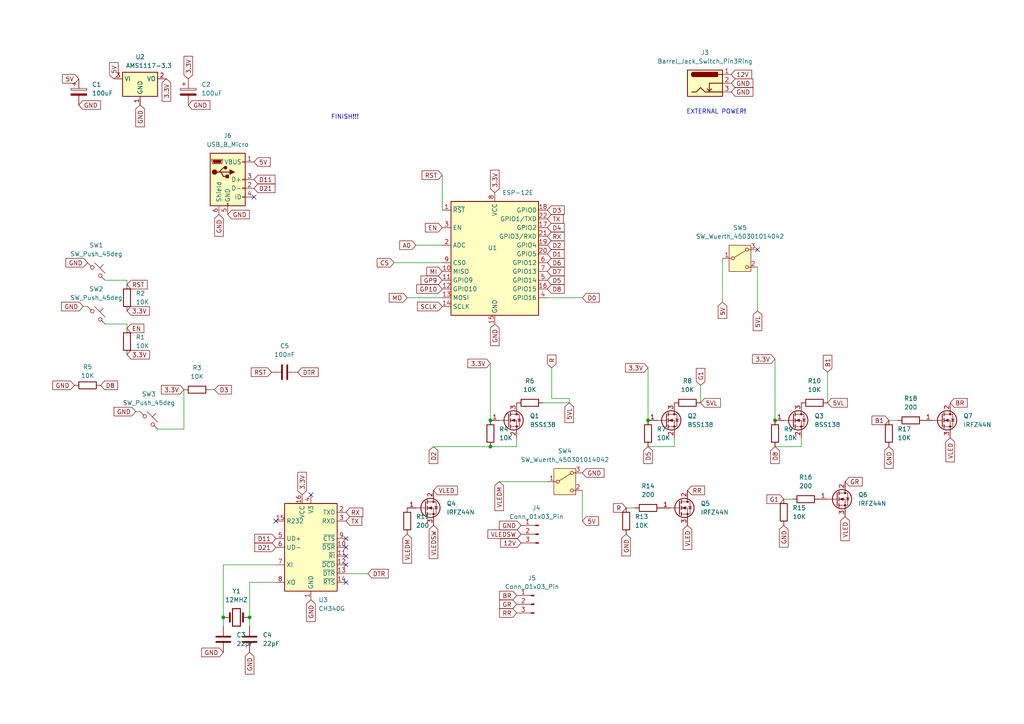
<source format=kicad_sch>
(kicad_sch
	(version 20231120)
	(generator "eeschema")
	(generator_version "8.0")
	(uuid "e78c454e-33f3-40e6-8847-acb46b82f345")
	(paper "A4")
	(lib_symbols
		(symbol "Connector:Barrel_Jack_Switch_Pin3Ring"
			(pin_names hide)
			(exclude_from_sim no)
			(in_bom yes)
			(on_board yes)
			(property "Reference" "J"
				(at 0 5.334 0)
				(effects
					(font
						(size 1.27 1.27)
					)
				)
			)
			(property "Value" "Barrel_Jack_Switch_Pin3Ring"
				(at 0 -5.08 0)
				(effects
					(font
						(size 1.27 1.27)
					)
				)
			)
			(property "Footprint" ""
				(at 1.27 -1.016 0)
				(effects
					(font
						(size 1.27 1.27)
					)
					(hide yes)
				)
			)
			(property "Datasheet" "~"
				(at 1.27 -1.016 0)
				(effects
					(font
						(size 1.27 1.27)
					)
					(hide yes)
				)
			)
			(property "Description" "DC Barrel Jack with an internal switch"
				(at 0 0 0)
				(effects
					(font
						(size 1.27 1.27)
					)
					(hide yes)
				)
			)
			(property "ki_keywords" "DC power barrel jack connector"
				(at 0 0 0)
				(effects
					(font
						(size 1.27 1.27)
					)
					(hide yes)
				)
			)
			(property "ki_fp_filters" "BarrelJack*"
				(at 0 0 0)
				(effects
					(font
						(size 1.27 1.27)
					)
					(hide yes)
				)
			)
			(symbol "Barrel_Jack_Switch_Pin3Ring_0_1"
				(rectangle
					(start -5.08 3.81)
					(end 5.08 -3.81)
					(stroke
						(width 0.254)
						(type default)
					)
					(fill
						(type background)
					)
				)
				(arc
					(start -3.302 3.175)
					(mid -3.9343 2.54)
					(end -3.302 1.905)
					(stroke
						(width 0.254)
						(type default)
					)
					(fill
						(type none)
					)
				)
				(arc
					(start -3.302 3.175)
					(mid -3.9343 2.54)
					(end -3.302 1.905)
					(stroke
						(width 0.254)
						(type default)
					)
					(fill
						(type outline)
					)
				)
				(polyline
					(pts
						(xy 1.27 -2.286) (xy 1.905 -1.651)
					)
					(stroke
						(width 0.254)
						(type default)
					)
					(fill
						(type none)
					)
				)
				(polyline
					(pts
						(xy 5.08 2.54) (xy 3.81 2.54)
					)
					(stroke
						(width 0.254)
						(type default)
					)
					(fill
						(type none)
					)
				)
				(polyline
					(pts
						(xy 5.08 0) (xy 1.27 0) (xy 1.27 -2.286) (xy 0.635 -1.651)
					)
					(stroke
						(width 0.254)
						(type default)
					)
					(fill
						(type none)
					)
				)
				(polyline
					(pts
						(xy -3.81 -2.54) (xy -2.54 -2.54) (xy -1.27 -1.27) (xy 0 -2.54) (xy 2.54 -2.54) (xy 5.08 -2.54)
					)
					(stroke
						(width 0.254)
						(type default)
					)
					(fill
						(type none)
					)
				)
				(rectangle
					(start 3.683 3.175)
					(end -3.302 1.905)
					(stroke
						(width 0.254)
						(type default)
					)
					(fill
						(type outline)
					)
				)
			)
			(symbol "Barrel_Jack_Switch_Pin3Ring_1_1"
				(pin passive line
					(at 7.62 2.54 180)
					(length 2.54)
					(name "~"
						(effects
							(font
								(size 1.27 1.27)
							)
						)
					)
					(number "1"
						(effects
							(font
								(size 1.27 1.27)
							)
						)
					)
				)
				(pin passive line
					(at 7.62 0 180)
					(length 2.54)
					(name "~"
						(effects
							(font
								(size 1.27 1.27)
							)
						)
					)
					(number "2"
						(effects
							(font
								(size 1.27 1.27)
							)
						)
					)
				)
				(pin passive line
					(at 7.62 -2.54 180)
					(length 2.54)
					(name "~"
						(effects
							(font
								(size 1.27 1.27)
							)
						)
					)
					(number "3"
						(effects
							(font
								(size 1.27 1.27)
							)
						)
					)
				)
			)
		)
		(symbol "Connector:Conn_01x03_Pin"
			(pin_names
				(offset 1.016) hide)
			(exclude_from_sim no)
			(in_bom yes)
			(on_board yes)
			(property "Reference" "J"
				(at 0 5.08 0)
				(effects
					(font
						(size 1.27 1.27)
					)
				)
			)
			(property "Value" "Conn_01x03_Pin"
				(at 0 -5.08 0)
				(effects
					(font
						(size 1.27 1.27)
					)
				)
			)
			(property "Footprint" ""
				(at 0 0 0)
				(effects
					(font
						(size 1.27 1.27)
					)
					(hide yes)
				)
			)
			(property "Datasheet" "~"
				(at 0 0 0)
				(effects
					(font
						(size 1.27 1.27)
					)
					(hide yes)
				)
			)
			(property "Description" "Generic connector, single row, 01x03, script generated"
				(at 0 0 0)
				(effects
					(font
						(size 1.27 1.27)
					)
					(hide yes)
				)
			)
			(property "ki_locked" ""
				(at 0 0 0)
				(effects
					(font
						(size 1.27 1.27)
					)
				)
			)
			(property "ki_keywords" "connector"
				(at 0 0 0)
				(effects
					(font
						(size 1.27 1.27)
					)
					(hide yes)
				)
			)
			(property "ki_fp_filters" "Connector*:*_1x??_*"
				(at 0 0 0)
				(effects
					(font
						(size 1.27 1.27)
					)
					(hide yes)
				)
			)
			(symbol "Conn_01x03_Pin_1_1"
				(polyline
					(pts
						(xy 1.27 -2.54) (xy 0.8636 -2.54)
					)
					(stroke
						(width 0.1524)
						(type default)
					)
					(fill
						(type none)
					)
				)
				(polyline
					(pts
						(xy 1.27 0) (xy 0.8636 0)
					)
					(stroke
						(width 0.1524)
						(type default)
					)
					(fill
						(type none)
					)
				)
				(polyline
					(pts
						(xy 1.27 2.54) (xy 0.8636 2.54)
					)
					(stroke
						(width 0.1524)
						(type default)
					)
					(fill
						(type none)
					)
				)
				(rectangle
					(start 0.8636 -2.413)
					(end 0 -2.667)
					(stroke
						(width 0.1524)
						(type default)
					)
					(fill
						(type outline)
					)
				)
				(rectangle
					(start 0.8636 0.127)
					(end 0 -0.127)
					(stroke
						(width 0.1524)
						(type default)
					)
					(fill
						(type outline)
					)
				)
				(rectangle
					(start 0.8636 2.667)
					(end 0 2.413)
					(stroke
						(width 0.1524)
						(type default)
					)
					(fill
						(type outline)
					)
				)
				(pin passive line
					(at 5.08 2.54 180)
					(length 3.81)
					(name "Pin_1"
						(effects
							(font
								(size 1.27 1.27)
							)
						)
					)
					(number "1"
						(effects
							(font
								(size 1.27 1.27)
							)
						)
					)
				)
				(pin passive line
					(at 5.08 0 180)
					(length 3.81)
					(name "Pin_2"
						(effects
							(font
								(size 1.27 1.27)
							)
						)
					)
					(number "2"
						(effects
							(font
								(size 1.27 1.27)
							)
						)
					)
				)
				(pin passive line
					(at 5.08 -2.54 180)
					(length 3.81)
					(name "Pin_3"
						(effects
							(font
								(size 1.27 1.27)
							)
						)
					)
					(number "3"
						(effects
							(font
								(size 1.27 1.27)
							)
						)
					)
				)
			)
		)
		(symbol "Connector:USB_B_Micro"
			(pin_names
				(offset 1.016)
			)
			(exclude_from_sim no)
			(in_bom yes)
			(on_board yes)
			(property "Reference" "J"
				(at -5.08 11.43 0)
				(effects
					(font
						(size 1.27 1.27)
					)
					(justify left)
				)
			)
			(property "Value" "USB_B_Micro"
				(at -5.08 8.89 0)
				(effects
					(font
						(size 1.27 1.27)
					)
					(justify left)
				)
			)
			(property "Footprint" ""
				(at 3.81 -1.27 0)
				(effects
					(font
						(size 1.27 1.27)
					)
					(hide yes)
				)
			)
			(property "Datasheet" "~"
				(at 3.81 -1.27 0)
				(effects
					(font
						(size 1.27 1.27)
					)
					(hide yes)
				)
			)
			(property "Description" "USB Micro Type B connector"
				(at 0 0 0)
				(effects
					(font
						(size 1.27 1.27)
					)
					(hide yes)
				)
			)
			(property "ki_keywords" "connector USB micro"
				(at 0 0 0)
				(effects
					(font
						(size 1.27 1.27)
					)
					(hide yes)
				)
			)
			(property "ki_fp_filters" "USB*"
				(at 0 0 0)
				(effects
					(font
						(size 1.27 1.27)
					)
					(hide yes)
				)
			)
			(symbol "USB_B_Micro_0_1"
				(rectangle
					(start -5.08 -7.62)
					(end 5.08 7.62)
					(stroke
						(width 0.254)
						(type default)
					)
					(fill
						(type background)
					)
				)
				(circle
					(center -3.81 2.159)
					(radius 0.635)
					(stroke
						(width 0.254)
						(type default)
					)
					(fill
						(type outline)
					)
				)
				(circle
					(center -0.635 3.429)
					(radius 0.381)
					(stroke
						(width 0.254)
						(type default)
					)
					(fill
						(type outline)
					)
				)
				(rectangle
					(start -0.127 -7.62)
					(end 0.127 -6.858)
					(stroke
						(width 0)
						(type default)
					)
					(fill
						(type none)
					)
				)
				(polyline
					(pts
						(xy -1.905 2.159) (xy 0.635 2.159)
					)
					(stroke
						(width 0.254)
						(type default)
					)
					(fill
						(type none)
					)
				)
				(polyline
					(pts
						(xy -3.175 2.159) (xy -2.54 2.159) (xy -1.27 3.429) (xy -0.635 3.429)
					)
					(stroke
						(width 0.254)
						(type default)
					)
					(fill
						(type none)
					)
				)
				(polyline
					(pts
						(xy -2.54 2.159) (xy -1.905 2.159) (xy -1.27 0.889) (xy 0 0.889)
					)
					(stroke
						(width 0.254)
						(type default)
					)
					(fill
						(type none)
					)
				)
				(polyline
					(pts
						(xy 0.635 2.794) (xy 0.635 1.524) (xy 1.905 2.159) (xy 0.635 2.794)
					)
					(stroke
						(width 0.254)
						(type default)
					)
					(fill
						(type outline)
					)
				)
				(polyline
					(pts
						(xy -4.318 5.588) (xy -1.778 5.588) (xy -2.032 4.826) (xy -4.064 4.826) (xy -4.318 5.588)
					)
					(stroke
						(width 0)
						(type default)
					)
					(fill
						(type outline)
					)
				)
				(polyline
					(pts
						(xy -4.699 5.842) (xy -4.699 5.588) (xy -4.445 4.826) (xy -4.445 4.572) (xy -1.651 4.572) (xy -1.651 4.826)
						(xy -1.397 5.588) (xy -1.397 5.842) (xy -4.699 5.842)
					)
					(stroke
						(width 0)
						(type default)
					)
					(fill
						(type none)
					)
				)
				(rectangle
					(start 0.254 1.27)
					(end -0.508 0.508)
					(stroke
						(width 0.254)
						(type default)
					)
					(fill
						(type outline)
					)
				)
				(rectangle
					(start 5.08 -5.207)
					(end 4.318 -4.953)
					(stroke
						(width 0)
						(type default)
					)
					(fill
						(type none)
					)
				)
				(rectangle
					(start 5.08 -2.667)
					(end 4.318 -2.413)
					(stroke
						(width 0)
						(type default)
					)
					(fill
						(type none)
					)
				)
				(rectangle
					(start 5.08 -0.127)
					(end 4.318 0.127)
					(stroke
						(width 0)
						(type default)
					)
					(fill
						(type none)
					)
				)
				(rectangle
					(start 5.08 4.953)
					(end 4.318 5.207)
					(stroke
						(width 0)
						(type default)
					)
					(fill
						(type none)
					)
				)
			)
			(symbol "USB_B_Micro_1_1"
				(pin power_out line
					(at 7.62 5.08 180)
					(length 2.54)
					(name "VBUS"
						(effects
							(font
								(size 1.27 1.27)
							)
						)
					)
					(number "1"
						(effects
							(font
								(size 1.27 1.27)
							)
						)
					)
				)
				(pin bidirectional line
					(at 7.62 -2.54 180)
					(length 2.54)
					(name "D-"
						(effects
							(font
								(size 1.27 1.27)
							)
						)
					)
					(number "2"
						(effects
							(font
								(size 1.27 1.27)
							)
						)
					)
				)
				(pin bidirectional line
					(at 7.62 0 180)
					(length 2.54)
					(name "D+"
						(effects
							(font
								(size 1.27 1.27)
							)
						)
					)
					(number "3"
						(effects
							(font
								(size 1.27 1.27)
							)
						)
					)
				)
				(pin passive line
					(at 7.62 -5.08 180)
					(length 2.54)
					(name "ID"
						(effects
							(font
								(size 1.27 1.27)
							)
						)
					)
					(number "4"
						(effects
							(font
								(size 1.27 1.27)
							)
						)
					)
				)
				(pin power_out line
					(at 0 -10.16 90)
					(length 2.54)
					(name "GND"
						(effects
							(font
								(size 1.27 1.27)
							)
						)
					)
					(number "5"
						(effects
							(font
								(size 1.27 1.27)
							)
						)
					)
				)
				(pin passive line
					(at -2.54 -10.16 90)
					(length 2.54)
					(name "Shield"
						(effects
							(font
								(size 1.27 1.27)
							)
						)
					)
					(number "6"
						(effects
							(font
								(size 1.27 1.27)
							)
						)
					)
				)
			)
		)
		(symbol "Device:C"
			(pin_numbers hide)
			(pin_names
				(offset 0.254)
			)
			(exclude_from_sim no)
			(in_bom yes)
			(on_board yes)
			(property "Reference" "C"
				(at 0.635 2.54 0)
				(effects
					(font
						(size 1.27 1.27)
					)
					(justify left)
				)
			)
			(property "Value" "C"
				(at 0.635 -2.54 0)
				(effects
					(font
						(size 1.27 1.27)
					)
					(justify left)
				)
			)
			(property "Footprint" ""
				(at 0.9652 -3.81 0)
				(effects
					(font
						(size 1.27 1.27)
					)
					(hide yes)
				)
			)
			(property "Datasheet" "~"
				(at 0 0 0)
				(effects
					(font
						(size 1.27 1.27)
					)
					(hide yes)
				)
			)
			(property "Description" "Unpolarized capacitor"
				(at 0 0 0)
				(effects
					(font
						(size 1.27 1.27)
					)
					(hide yes)
				)
			)
			(property "ki_keywords" "cap capacitor"
				(at 0 0 0)
				(effects
					(font
						(size 1.27 1.27)
					)
					(hide yes)
				)
			)
			(property "ki_fp_filters" "C_*"
				(at 0 0 0)
				(effects
					(font
						(size 1.27 1.27)
					)
					(hide yes)
				)
			)
			(symbol "C_0_1"
				(polyline
					(pts
						(xy -2.032 -0.762) (xy 2.032 -0.762)
					)
					(stroke
						(width 0.508)
						(type default)
					)
					(fill
						(type none)
					)
				)
				(polyline
					(pts
						(xy -2.032 0.762) (xy 2.032 0.762)
					)
					(stroke
						(width 0.508)
						(type default)
					)
					(fill
						(type none)
					)
				)
			)
			(symbol "C_1_1"
				(pin passive line
					(at 0 3.81 270)
					(length 2.794)
					(name "~"
						(effects
							(font
								(size 1.27 1.27)
							)
						)
					)
					(number "1"
						(effects
							(font
								(size 1.27 1.27)
							)
						)
					)
				)
				(pin passive line
					(at 0 -3.81 90)
					(length 2.794)
					(name "~"
						(effects
							(font
								(size 1.27 1.27)
							)
						)
					)
					(number "2"
						(effects
							(font
								(size 1.27 1.27)
							)
						)
					)
				)
			)
		)
		(symbol "Device:C_Polarized"
			(pin_numbers hide)
			(pin_names
				(offset 0.254)
			)
			(exclude_from_sim no)
			(in_bom yes)
			(on_board yes)
			(property "Reference" "C"
				(at 0.635 2.54 0)
				(effects
					(font
						(size 1.27 1.27)
					)
					(justify left)
				)
			)
			(property "Value" "C_Polarized"
				(at 0.635 -2.54 0)
				(effects
					(font
						(size 1.27 1.27)
					)
					(justify left)
				)
			)
			(property "Footprint" ""
				(at 0.9652 -3.81 0)
				(effects
					(font
						(size 1.27 1.27)
					)
					(hide yes)
				)
			)
			(property "Datasheet" "~"
				(at 0 0 0)
				(effects
					(font
						(size 1.27 1.27)
					)
					(hide yes)
				)
			)
			(property "Description" "Polarized capacitor"
				(at 0 0 0)
				(effects
					(font
						(size 1.27 1.27)
					)
					(hide yes)
				)
			)
			(property "ki_keywords" "cap capacitor"
				(at 0 0 0)
				(effects
					(font
						(size 1.27 1.27)
					)
					(hide yes)
				)
			)
			(property "ki_fp_filters" "CP_*"
				(at 0 0 0)
				(effects
					(font
						(size 1.27 1.27)
					)
					(hide yes)
				)
			)
			(symbol "C_Polarized_0_1"
				(rectangle
					(start -2.286 0.508)
					(end 2.286 1.016)
					(stroke
						(width 0)
						(type default)
					)
					(fill
						(type none)
					)
				)
				(polyline
					(pts
						(xy -1.778 2.286) (xy -0.762 2.286)
					)
					(stroke
						(width 0)
						(type default)
					)
					(fill
						(type none)
					)
				)
				(polyline
					(pts
						(xy -1.27 2.794) (xy -1.27 1.778)
					)
					(stroke
						(width 0)
						(type default)
					)
					(fill
						(type none)
					)
				)
				(rectangle
					(start 2.286 -0.508)
					(end -2.286 -1.016)
					(stroke
						(width 0)
						(type default)
					)
					(fill
						(type outline)
					)
				)
			)
			(symbol "C_Polarized_1_1"
				(pin passive line
					(at 0 3.81 270)
					(length 2.794)
					(name "~"
						(effects
							(font
								(size 1.27 1.27)
							)
						)
					)
					(number "1"
						(effects
							(font
								(size 1.27 1.27)
							)
						)
					)
				)
				(pin passive line
					(at 0 -3.81 90)
					(length 2.794)
					(name "~"
						(effects
							(font
								(size 1.27 1.27)
							)
						)
					)
					(number "2"
						(effects
							(font
								(size 1.27 1.27)
							)
						)
					)
				)
			)
		)
		(symbol "Device:Crystal"
			(pin_numbers hide)
			(pin_names
				(offset 1.016) hide)
			(exclude_from_sim no)
			(in_bom yes)
			(on_board yes)
			(property "Reference" "Y"
				(at 0 3.81 0)
				(effects
					(font
						(size 1.27 1.27)
					)
				)
			)
			(property "Value" "Crystal"
				(at 0 -3.81 0)
				(effects
					(font
						(size 1.27 1.27)
					)
				)
			)
			(property "Footprint" ""
				(at 0 0 0)
				(effects
					(font
						(size 1.27 1.27)
					)
					(hide yes)
				)
			)
			(property "Datasheet" "~"
				(at 0 0 0)
				(effects
					(font
						(size 1.27 1.27)
					)
					(hide yes)
				)
			)
			(property "Description" "Two pin crystal"
				(at 0 0 0)
				(effects
					(font
						(size 1.27 1.27)
					)
					(hide yes)
				)
			)
			(property "ki_keywords" "quartz ceramic resonator oscillator"
				(at 0 0 0)
				(effects
					(font
						(size 1.27 1.27)
					)
					(hide yes)
				)
			)
			(property "ki_fp_filters" "Crystal*"
				(at 0 0 0)
				(effects
					(font
						(size 1.27 1.27)
					)
					(hide yes)
				)
			)
			(symbol "Crystal_0_1"
				(rectangle
					(start -1.143 2.54)
					(end 1.143 -2.54)
					(stroke
						(width 0.3048)
						(type default)
					)
					(fill
						(type none)
					)
				)
				(polyline
					(pts
						(xy -2.54 0) (xy -1.905 0)
					)
					(stroke
						(width 0)
						(type default)
					)
					(fill
						(type none)
					)
				)
				(polyline
					(pts
						(xy -1.905 -1.27) (xy -1.905 1.27)
					)
					(stroke
						(width 0.508)
						(type default)
					)
					(fill
						(type none)
					)
				)
				(polyline
					(pts
						(xy 1.905 -1.27) (xy 1.905 1.27)
					)
					(stroke
						(width 0.508)
						(type default)
					)
					(fill
						(type none)
					)
				)
				(polyline
					(pts
						(xy 2.54 0) (xy 1.905 0)
					)
					(stroke
						(width 0)
						(type default)
					)
					(fill
						(type none)
					)
				)
			)
			(symbol "Crystal_1_1"
				(pin passive line
					(at -3.81 0 0)
					(length 1.27)
					(name "1"
						(effects
							(font
								(size 1.27 1.27)
							)
						)
					)
					(number "1"
						(effects
							(font
								(size 1.27 1.27)
							)
						)
					)
				)
				(pin passive line
					(at 3.81 0 180)
					(length 1.27)
					(name "2"
						(effects
							(font
								(size 1.27 1.27)
							)
						)
					)
					(number "2"
						(effects
							(font
								(size 1.27 1.27)
							)
						)
					)
				)
			)
		)
		(symbol "Device:R"
			(pin_numbers hide)
			(pin_names
				(offset 0)
			)
			(exclude_from_sim no)
			(in_bom yes)
			(on_board yes)
			(property "Reference" "R"
				(at 2.032 0 90)
				(effects
					(font
						(size 1.27 1.27)
					)
				)
			)
			(property "Value" "R"
				(at 0 0 90)
				(effects
					(font
						(size 1.27 1.27)
					)
				)
			)
			(property "Footprint" ""
				(at -1.778 0 90)
				(effects
					(font
						(size 1.27 1.27)
					)
					(hide yes)
				)
			)
			(property "Datasheet" "~"
				(at 0 0 0)
				(effects
					(font
						(size 1.27 1.27)
					)
					(hide yes)
				)
			)
			(property "Description" "Resistor"
				(at 0 0 0)
				(effects
					(font
						(size 1.27 1.27)
					)
					(hide yes)
				)
			)
			(property "ki_keywords" "R res resistor"
				(at 0 0 0)
				(effects
					(font
						(size 1.27 1.27)
					)
					(hide yes)
				)
			)
			(property "ki_fp_filters" "R_*"
				(at 0 0 0)
				(effects
					(font
						(size 1.27 1.27)
					)
					(hide yes)
				)
			)
			(symbol "R_0_1"
				(rectangle
					(start -1.016 -2.54)
					(end 1.016 2.54)
					(stroke
						(width 0.254)
						(type default)
					)
					(fill
						(type none)
					)
				)
			)
			(symbol "R_1_1"
				(pin passive line
					(at 0 3.81 270)
					(length 1.27)
					(name "~"
						(effects
							(font
								(size 1.27 1.27)
							)
						)
					)
					(number "1"
						(effects
							(font
								(size 1.27 1.27)
							)
						)
					)
				)
				(pin passive line
					(at 0 -3.81 90)
					(length 1.27)
					(name "~"
						(effects
							(font
								(size 1.27 1.27)
							)
						)
					)
					(number "2"
						(effects
							(font
								(size 1.27 1.27)
							)
						)
					)
				)
			)
		)
		(symbol "Interface_USB:CH340G"
			(exclude_from_sim no)
			(in_bom yes)
			(on_board yes)
			(property "Reference" "U"
				(at -5.08 13.97 0)
				(effects
					(font
						(size 1.27 1.27)
					)
					(justify right)
				)
			)
			(property "Value" "CH340G"
				(at 1.27 13.97 0)
				(effects
					(font
						(size 1.27 1.27)
					)
					(justify left)
				)
			)
			(property "Footprint" "Package_SO:SOIC-16_3.9x9.9mm_P1.27mm"
				(at 1.27 -13.97 0)
				(effects
					(font
						(size 1.27 1.27)
					)
					(justify left)
					(hide yes)
				)
			)
			(property "Datasheet" "http://www.datasheet5.com/pdf-local-2195953"
				(at -8.89 20.32 0)
				(effects
					(font
						(size 1.27 1.27)
					)
					(hide yes)
				)
			)
			(property "Description" "USB serial converter, UART, SOIC-16"
				(at 0 0 0)
				(effects
					(font
						(size 1.27 1.27)
					)
					(hide yes)
				)
			)
			(property "ki_keywords" "USB UART Serial Converter Interface"
				(at 0 0 0)
				(effects
					(font
						(size 1.27 1.27)
					)
					(hide yes)
				)
			)
			(property "ki_fp_filters" "SOIC*3.9x9.9mm*P1.27mm*"
				(at 0 0 0)
				(effects
					(font
						(size 1.27 1.27)
					)
					(hide yes)
				)
			)
			(symbol "CH340G_0_1"
				(rectangle
					(start -7.62 12.7)
					(end 7.62 -12.7)
					(stroke
						(width 0.254)
						(type default)
					)
					(fill
						(type background)
					)
				)
			)
			(symbol "CH340G_1_1"
				(pin power_in line
					(at 0 -15.24 90)
					(length 2.54)
					(name "GND"
						(effects
							(font
								(size 1.27 1.27)
							)
						)
					)
					(number "1"
						(effects
							(font
								(size 1.27 1.27)
							)
						)
					)
				)
				(pin input line
					(at 10.16 0 180)
					(length 2.54)
					(name "~{DSR}"
						(effects
							(font
								(size 1.27 1.27)
							)
						)
					)
					(number "10"
						(effects
							(font
								(size 1.27 1.27)
							)
						)
					)
				)
				(pin input line
					(at 10.16 -2.54 180)
					(length 2.54)
					(name "~{RI}"
						(effects
							(font
								(size 1.27 1.27)
							)
						)
					)
					(number "11"
						(effects
							(font
								(size 1.27 1.27)
							)
						)
					)
				)
				(pin input line
					(at 10.16 -5.08 180)
					(length 2.54)
					(name "~{DCD}"
						(effects
							(font
								(size 1.27 1.27)
							)
						)
					)
					(number "12"
						(effects
							(font
								(size 1.27 1.27)
							)
						)
					)
				)
				(pin output line
					(at 10.16 -7.62 180)
					(length 2.54)
					(name "~{DTR}"
						(effects
							(font
								(size 1.27 1.27)
							)
						)
					)
					(number "13"
						(effects
							(font
								(size 1.27 1.27)
							)
						)
					)
				)
				(pin output line
					(at 10.16 -10.16 180)
					(length 2.54)
					(name "~{RTS}"
						(effects
							(font
								(size 1.27 1.27)
							)
						)
					)
					(number "14"
						(effects
							(font
								(size 1.27 1.27)
							)
						)
					)
				)
				(pin input line
					(at -10.16 7.62 0)
					(length 2.54)
					(name "R232"
						(effects
							(font
								(size 1.27 1.27)
							)
						)
					)
					(number "15"
						(effects
							(font
								(size 1.27 1.27)
							)
						)
					)
				)
				(pin power_in line
					(at -2.54 15.24 270)
					(length 2.54)
					(name "VCC"
						(effects
							(font
								(size 1.27 1.27)
							)
						)
					)
					(number "16"
						(effects
							(font
								(size 1.27 1.27)
							)
						)
					)
				)
				(pin output line
					(at 10.16 10.16 180)
					(length 2.54)
					(name "TXD"
						(effects
							(font
								(size 1.27 1.27)
							)
						)
					)
					(number "2"
						(effects
							(font
								(size 1.27 1.27)
							)
						)
					)
				)
				(pin input line
					(at 10.16 7.62 180)
					(length 2.54)
					(name "RXD"
						(effects
							(font
								(size 1.27 1.27)
							)
						)
					)
					(number "3"
						(effects
							(font
								(size 1.27 1.27)
							)
						)
					)
				)
				(pin power_out line
					(at 0 15.24 270)
					(length 2.54)
					(name "V3"
						(effects
							(font
								(size 1.27 1.27)
							)
						)
					)
					(number "4"
						(effects
							(font
								(size 1.27 1.27)
							)
						)
					)
				)
				(pin bidirectional line
					(at -10.16 2.54 0)
					(length 2.54)
					(name "UD+"
						(effects
							(font
								(size 1.27 1.27)
							)
						)
					)
					(number "5"
						(effects
							(font
								(size 1.27 1.27)
							)
						)
					)
				)
				(pin bidirectional line
					(at -10.16 0 0)
					(length 2.54)
					(name "UD-"
						(effects
							(font
								(size 1.27 1.27)
							)
						)
					)
					(number "6"
						(effects
							(font
								(size 1.27 1.27)
							)
						)
					)
				)
				(pin input line
					(at -10.16 -5.08 0)
					(length 2.54)
					(name "XI"
						(effects
							(font
								(size 1.27 1.27)
							)
						)
					)
					(number "7"
						(effects
							(font
								(size 1.27 1.27)
							)
						)
					)
				)
				(pin output line
					(at -10.16 -10.16 0)
					(length 2.54)
					(name "XO"
						(effects
							(font
								(size 1.27 1.27)
							)
						)
					)
					(number "8"
						(effects
							(font
								(size 1.27 1.27)
							)
						)
					)
				)
				(pin input line
					(at 10.16 2.54 180)
					(length 2.54)
					(name "~{CTS}"
						(effects
							(font
								(size 1.27 1.27)
							)
						)
					)
					(number "9"
						(effects
							(font
								(size 1.27 1.27)
							)
						)
					)
				)
			)
		)
		(symbol "RF_Module:ESP-12E"
			(exclude_from_sim no)
			(in_bom yes)
			(on_board yes)
			(property "Reference" "U"
				(at -12.7 19.05 0)
				(effects
					(font
						(size 1.27 1.27)
					)
					(justify left)
				)
			)
			(property "Value" "ESP-12E"
				(at 12.7 19.05 0)
				(effects
					(font
						(size 1.27 1.27)
					)
					(justify right)
				)
			)
			(property "Footprint" "RF_Module:ESP-12E"
				(at 0 0 0)
				(effects
					(font
						(size 1.27 1.27)
					)
					(hide yes)
				)
			)
			(property "Datasheet" "http://wiki.ai-thinker.com/_media/esp8266/esp8266_series_modules_user_manual_v1.1.pdf"
				(at -8.89 2.54 0)
				(effects
					(font
						(size 1.27 1.27)
					)
					(hide yes)
				)
			)
			(property "Description" "802.11 b/g/n Wi-Fi Module"
				(at 0 0 0)
				(effects
					(font
						(size 1.27 1.27)
					)
					(hide yes)
				)
			)
			(property "ki_keywords" "802.11 Wi-Fi"
				(at 0 0 0)
				(effects
					(font
						(size 1.27 1.27)
					)
					(hide yes)
				)
			)
			(property "ki_fp_filters" "ESP?12*"
				(at 0 0 0)
				(effects
					(font
						(size 1.27 1.27)
					)
					(hide yes)
				)
			)
			(symbol "ESP-12E_0_1"
				(rectangle
					(start -12.7 17.78)
					(end 12.7 -15.24)
					(stroke
						(width 0.254)
						(type default)
					)
					(fill
						(type background)
					)
				)
			)
			(symbol "ESP-12E_1_1"
				(pin input line
					(at -15.24 15.24 0)
					(length 2.54)
					(name "~{RST}"
						(effects
							(font
								(size 1.27 1.27)
							)
						)
					)
					(number "1"
						(effects
							(font
								(size 1.27 1.27)
							)
						)
					)
				)
				(pin bidirectional line
					(at -15.24 -2.54 0)
					(length 2.54)
					(name "MISO"
						(effects
							(font
								(size 1.27 1.27)
							)
						)
					)
					(number "10"
						(effects
							(font
								(size 1.27 1.27)
							)
						)
					)
				)
				(pin bidirectional line
					(at -15.24 -5.08 0)
					(length 2.54)
					(name "GPIO9"
						(effects
							(font
								(size 1.27 1.27)
							)
						)
					)
					(number "11"
						(effects
							(font
								(size 1.27 1.27)
							)
						)
					)
				)
				(pin bidirectional line
					(at -15.24 -7.62 0)
					(length 2.54)
					(name "GPIO10"
						(effects
							(font
								(size 1.27 1.27)
							)
						)
					)
					(number "12"
						(effects
							(font
								(size 1.27 1.27)
							)
						)
					)
				)
				(pin bidirectional line
					(at -15.24 -10.16 0)
					(length 2.54)
					(name "MOSI"
						(effects
							(font
								(size 1.27 1.27)
							)
						)
					)
					(number "13"
						(effects
							(font
								(size 1.27 1.27)
							)
						)
					)
				)
				(pin bidirectional line
					(at -15.24 -12.7 0)
					(length 2.54)
					(name "SCLK"
						(effects
							(font
								(size 1.27 1.27)
							)
						)
					)
					(number "14"
						(effects
							(font
								(size 1.27 1.27)
							)
						)
					)
				)
				(pin power_in line
					(at 0 -17.78 90)
					(length 2.54)
					(name "GND"
						(effects
							(font
								(size 1.27 1.27)
							)
						)
					)
					(number "15"
						(effects
							(font
								(size 1.27 1.27)
							)
						)
					)
				)
				(pin bidirectional line
					(at 15.24 -7.62 180)
					(length 2.54)
					(name "GPIO15"
						(effects
							(font
								(size 1.27 1.27)
							)
						)
					)
					(number "16"
						(effects
							(font
								(size 1.27 1.27)
							)
						)
					)
				)
				(pin bidirectional line
					(at 15.24 10.16 180)
					(length 2.54)
					(name "GPIO2"
						(effects
							(font
								(size 1.27 1.27)
							)
						)
					)
					(number "17"
						(effects
							(font
								(size 1.27 1.27)
							)
						)
					)
				)
				(pin bidirectional line
					(at 15.24 15.24 180)
					(length 2.54)
					(name "GPIO0"
						(effects
							(font
								(size 1.27 1.27)
							)
						)
					)
					(number "18"
						(effects
							(font
								(size 1.27 1.27)
							)
						)
					)
				)
				(pin bidirectional line
					(at 15.24 5.08 180)
					(length 2.54)
					(name "GPIO4"
						(effects
							(font
								(size 1.27 1.27)
							)
						)
					)
					(number "19"
						(effects
							(font
								(size 1.27 1.27)
							)
						)
					)
				)
				(pin input line
					(at -15.24 5.08 0)
					(length 2.54)
					(name "ADC"
						(effects
							(font
								(size 1.27 1.27)
							)
						)
					)
					(number "2"
						(effects
							(font
								(size 1.27 1.27)
							)
						)
					)
				)
				(pin bidirectional line
					(at 15.24 2.54 180)
					(length 2.54)
					(name "GPIO5"
						(effects
							(font
								(size 1.27 1.27)
							)
						)
					)
					(number "20"
						(effects
							(font
								(size 1.27 1.27)
							)
						)
					)
				)
				(pin bidirectional line
					(at 15.24 7.62 180)
					(length 2.54)
					(name "GPIO3/RXD"
						(effects
							(font
								(size 1.27 1.27)
							)
						)
					)
					(number "21"
						(effects
							(font
								(size 1.27 1.27)
							)
						)
					)
				)
				(pin bidirectional line
					(at 15.24 12.7 180)
					(length 2.54)
					(name "GPIO1/TXD"
						(effects
							(font
								(size 1.27 1.27)
							)
						)
					)
					(number "22"
						(effects
							(font
								(size 1.27 1.27)
							)
						)
					)
				)
				(pin input line
					(at -15.24 10.16 0)
					(length 2.54)
					(name "EN"
						(effects
							(font
								(size 1.27 1.27)
							)
						)
					)
					(number "3"
						(effects
							(font
								(size 1.27 1.27)
							)
						)
					)
				)
				(pin bidirectional line
					(at 15.24 -10.16 180)
					(length 2.54)
					(name "GPIO16"
						(effects
							(font
								(size 1.27 1.27)
							)
						)
					)
					(number "4"
						(effects
							(font
								(size 1.27 1.27)
							)
						)
					)
				)
				(pin bidirectional line
					(at 15.24 -5.08 180)
					(length 2.54)
					(name "GPIO14"
						(effects
							(font
								(size 1.27 1.27)
							)
						)
					)
					(number "5"
						(effects
							(font
								(size 1.27 1.27)
							)
						)
					)
				)
				(pin bidirectional line
					(at 15.24 0 180)
					(length 2.54)
					(name "GPIO12"
						(effects
							(font
								(size 1.27 1.27)
							)
						)
					)
					(number "6"
						(effects
							(font
								(size 1.27 1.27)
							)
						)
					)
				)
				(pin bidirectional line
					(at 15.24 -2.54 180)
					(length 2.54)
					(name "GPIO13"
						(effects
							(font
								(size 1.27 1.27)
							)
						)
					)
					(number "7"
						(effects
							(font
								(size 1.27 1.27)
							)
						)
					)
				)
				(pin power_in line
					(at 0 20.32 270)
					(length 2.54)
					(name "VCC"
						(effects
							(font
								(size 1.27 1.27)
							)
						)
					)
					(number "8"
						(effects
							(font
								(size 1.27 1.27)
							)
						)
					)
				)
				(pin input line
					(at -15.24 0 0)
					(length 2.54)
					(name "CS0"
						(effects
							(font
								(size 1.27 1.27)
							)
						)
					)
					(number "9"
						(effects
							(font
								(size 1.27 1.27)
							)
						)
					)
				)
			)
		)
		(symbol "Regulator_Linear:AMS1117-3.3"
			(exclude_from_sim no)
			(in_bom yes)
			(on_board yes)
			(property "Reference" "U"
				(at -3.81 3.175 0)
				(effects
					(font
						(size 1.27 1.27)
					)
				)
			)
			(property "Value" "AMS1117-3.3"
				(at 0 3.175 0)
				(effects
					(font
						(size 1.27 1.27)
					)
					(justify left)
				)
			)
			(property "Footprint" "Package_TO_SOT_SMD:SOT-223-3_TabPin2"
				(at 0 5.08 0)
				(effects
					(font
						(size 1.27 1.27)
					)
					(hide yes)
				)
			)
			(property "Datasheet" "http://www.advanced-monolithic.com/pdf/ds1117.pdf"
				(at 2.54 -6.35 0)
				(effects
					(font
						(size 1.27 1.27)
					)
					(hide yes)
				)
			)
			(property "Description" "1A Low Dropout regulator, positive, 3.3V fixed output, SOT-223"
				(at 0 0 0)
				(effects
					(font
						(size 1.27 1.27)
					)
					(hide yes)
				)
			)
			(property "ki_keywords" "linear regulator ldo fixed positive"
				(at 0 0 0)
				(effects
					(font
						(size 1.27 1.27)
					)
					(hide yes)
				)
			)
			(property "ki_fp_filters" "SOT?223*TabPin2*"
				(at 0 0 0)
				(effects
					(font
						(size 1.27 1.27)
					)
					(hide yes)
				)
			)
			(symbol "AMS1117-3.3_0_1"
				(rectangle
					(start -5.08 -5.08)
					(end 5.08 1.905)
					(stroke
						(width 0.254)
						(type default)
					)
					(fill
						(type background)
					)
				)
			)
			(symbol "AMS1117-3.3_1_1"
				(pin power_in line
					(at 0 -7.62 90)
					(length 2.54)
					(name "GND"
						(effects
							(font
								(size 1.27 1.27)
							)
						)
					)
					(number "1"
						(effects
							(font
								(size 1.27 1.27)
							)
						)
					)
				)
				(pin power_out line
					(at 7.62 0 180)
					(length 2.54)
					(name "VO"
						(effects
							(font
								(size 1.27 1.27)
							)
						)
					)
					(number "2"
						(effects
							(font
								(size 1.27 1.27)
							)
						)
					)
				)
				(pin power_in line
					(at -7.62 0 0)
					(length 2.54)
					(name "VI"
						(effects
							(font
								(size 1.27 1.27)
							)
						)
					)
					(number "3"
						(effects
							(font
								(size 1.27 1.27)
							)
						)
					)
				)
			)
		)
		(symbol "Switch:SW_Push_45deg"
			(pin_numbers hide)
			(pin_names
				(offset 1.016) hide)
			(exclude_from_sim no)
			(in_bom yes)
			(on_board yes)
			(property "Reference" "SW"
				(at 3.048 1.016 0)
				(effects
					(font
						(size 1.27 1.27)
					)
					(justify left)
				)
			)
			(property "Value" "SW_Push_45deg"
				(at 0 -3.81 0)
				(effects
					(font
						(size 1.27 1.27)
					)
				)
			)
			(property "Footprint" ""
				(at 0 0 0)
				(effects
					(font
						(size 1.27 1.27)
					)
					(hide yes)
				)
			)
			(property "Datasheet" "~"
				(at 0 0 0)
				(effects
					(font
						(size 1.27 1.27)
					)
					(hide yes)
				)
			)
			(property "Description" "Push button switch, normally open, two pins, 45° tilted"
				(at 0 0 0)
				(effects
					(font
						(size 1.27 1.27)
					)
					(hide yes)
				)
			)
			(property "ki_keywords" "switch normally-open pushbutton push-button"
				(at 0 0 0)
				(effects
					(font
						(size 1.27 1.27)
					)
					(hide yes)
				)
			)
			(symbol "SW_Push_45deg_0_1"
				(circle
					(center -1.1684 1.1684)
					(radius 0.508)
					(stroke
						(width 0)
						(type default)
					)
					(fill
						(type none)
					)
				)
				(polyline
					(pts
						(xy -0.508 2.54) (xy 2.54 -0.508)
					)
					(stroke
						(width 0)
						(type default)
					)
					(fill
						(type none)
					)
				)
				(polyline
					(pts
						(xy 1.016 1.016) (xy 2.032 2.032)
					)
					(stroke
						(width 0)
						(type default)
					)
					(fill
						(type none)
					)
				)
				(polyline
					(pts
						(xy -2.54 2.54) (xy -1.524 1.524) (xy -1.524 1.524)
					)
					(stroke
						(width 0)
						(type default)
					)
					(fill
						(type none)
					)
				)
				(polyline
					(pts
						(xy 1.524 -1.524) (xy 2.54 -2.54) (xy 2.54 -2.54) (xy 2.54 -2.54)
					)
					(stroke
						(width 0)
						(type default)
					)
					(fill
						(type none)
					)
				)
				(circle
					(center 1.143 -1.1938)
					(radius 0.508)
					(stroke
						(width 0)
						(type default)
					)
					(fill
						(type none)
					)
				)
				(pin passive line
					(at -2.54 2.54 0)
					(length 0)
					(name "1"
						(effects
							(font
								(size 1.27 1.27)
							)
						)
					)
					(number "1"
						(effects
							(font
								(size 1.27 1.27)
							)
						)
					)
				)
				(pin passive line
					(at 2.54 -2.54 180)
					(length 0)
					(name "2"
						(effects
							(font
								(size 1.27 1.27)
							)
						)
					)
					(number "2"
						(effects
							(font
								(size 1.27 1.27)
							)
						)
					)
				)
			)
		)
		(symbol "Switch:SW_Wuerth_450301014042"
			(pin_names
				(offset 1) hide)
			(exclude_from_sim no)
			(in_bom yes)
			(on_board yes)
			(property "Reference" "SW"
				(at 0 5.08 0)
				(effects
					(font
						(size 1.27 1.27)
					)
				)
			)
			(property "Value" "SW_Wuerth_450301014042"
				(at 0 -5.08 0)
				(effects
					(font
						(size 1.27 1.27)
					)
				)
			)
			(property "Footprint" "Button_Switch_THT:SW_Slide-03_Wuerth-WS-SLTV_10x2.5x6.4_P2.54mm"
				(at 0 -10.16 0)
				(effects
					(font
						(size 1.27 1.27)
					)
					(hide yes)
				)
			)
			(property "Datasheet" "https://www.we-online.com/components/products/datasheet/450301014042.pdf"
				(at 0 -7.62 0)
				(effects
					(font
						(size 1.27 1.27)
					)
					(hide yes)
				)
			)
			(property "Description" "Switch slide, single pole double throw"
				(at 0 0 0)
				(effects
					(font
						(size 1.27 1.27)
					)
					(hide yes)
				)
			)
			(property "ki_keywords" "changeover single-pole opposite-side-connection double-throw spdt ON-ON"
				(at 0 0 0)
				(effects
					(font
						(size 1.27 1.27)
					)
					(hide yes)
				)
			)
			(property "ki_fp_filters" "SW*Wuerth*WS*SLTV*10x2.5x6.4*P2.54mm*"
				(at 0 0 0)
				(effects
					(font
						(size 1.27 1.27)
					)
					(hide yes)
				)
			)
			(symbol "SW_Wuerth_450301014042_0_1"
				(circle
					(center -2.032 0)
					(radius 0.4572)
					(stroke
						(width 0)
						(type default)
					)
					(fill
						(type none)
					)
				)
				(polyline
					(pts
						(xy -1.651 0.254) (xy 1.651 2.286)
					)
					(stroke
						(width 0)
						(type default)
					)
					(fill
						(type none)
					)
				)
				(circle
					(center 2.032 -2.54)
					(radius 0.4572)
					(stroke
						(width 0)
						(type default)
					)
					(fill
						(type none)
					)
				)
				(circle
					(center 2.032 2.54)
					(radius 0.4572)
					(stroke
						(width 0)
						(type default)
					)
					(fill
						(type none)
					)
				)
			)
			(symbol "SW_Wuerth_450301014042_1_1"
				(rectangle
					(start -3.175 3.81)
					(end 3.175 -3.81)
					(stroke
						(width 0)
						(type default)
					)
					(fill
						(type background)
					)
				)
				(pin passive line
					(at -5.08 0 0)
					(length 2.54)
					(name "B"
						(effects
							(font
								(size 1.27 1.27)
							)
						)
					)
					(number "1"
						(effects
							(font
								(size 1.27 1.27)
							)
						)
					)
				)
				(pin passive line
					(at 5.08 -2.54 180)
					(length 2.54)
					(name "C"
						(effects
							(font
								(size 1.27 1.27)
							)
						)
					)
					(number "2"
						(effects
							(font
								(size 1.27 1.27)
							)
						)
					)
				)
				(pin passive line
					(at 5.08 2.54 180)
					(length 2.54)
					(name "A"
						(effects
							(font
								(size 1.27 1.27)
							)
						)
					)
					(number "3"
						(effects
							(font
								(size 1.27 1.27)
							)
						)
					)
				)
			)
		)
		(symbol "Transistor_FET:BSS138"
			(pin_names hide)
			(exclude_from_sim no)
			(in_bom yes)
			(on_board yes)
			(property "Reference" "Q"
				(at 5.08 1.905 0)
				(effects
					(font
						(size 1.27 1.27)
					)
					(justify left)
				)
			)
			(property "Value" "BSS138"
				(at 5.08 0 0)
				(effects
					(font
						(size 1.27 1.27)
					)
					(justify left)
				)
			)
			(property "Footprint" "Package_TO_SOT_SMD:SOT-23"
				(at 5.08 -1.905 0)
				(effects
					(font
						(size 1.27 1.27)
						(italic yes)
					)
					(justify left)
					(hide yes)
				)
			)
			(property "Datasheet" "https://www.onsemi.com/pub/Collateral/BSS138-D.PDF"
				(at 5.08 -3.81 0)
				(effects
					(font
						(size 1.27 1.27)
					)
					(justify left)
					(hide yes)
				)
			)
			(property "Description" "50V Vds, 0.22A Id, N-Channel MOSFET, SOT-23"
				(at 0 0 0)
				(effects
					(font
						(size 1.27 1.27)
					)
					(hide yes)
				)
			)
			(property "ki_keywords" "N-Channel MOSFET"
				(at 0 0 0)
				(effects
					(font
						(size 1.27 1.27)
					)
					(hide yes)
				)
			)
			(property "ki_fp_filters" "SOT?23*"
				(at 0 0 0)
				(effects
					(font
						(size 1.27 1.27)
					)
					(hide yes)
				)
			)
			(symbol "BSS138_0_1"
				(polyline
					(pts
						(xy 0.254 0) (xy -2.54 0)
					)
					(stroke
						(width 0)
						(type default)
					)
					(fill
						(type none)
					)
				)
				(polyline
					(pts
						(xy 0.254 1.905) (xy 0.254 -1.905)
					)
					(stroke
						(width 0.254)
						(type default)
					)
					(fill
						(type none)
					)
				)
				(polyline
					(pts
						(xy 0.762 -1.27) (xy 0.762 -2.286)
					)
					(stroke
						(width 0.254)
						(type default)
					)
					(fill
						(type none)
					)
				)
				(polyline
					(pts
						(xy 0.762 0.508) (xy 0.762 -0.508)
					)
					(stroke
						(width 0.254)
						(type default)
					)
					(fill
						(type none)
					)
				)
				(polyline
					(pts
						(xy 0.762 2.286) (xy 0.762 1.27)
					)
					(stroke
						(width 0.254)
						(type default)
					)
					(fill
						(type none)
					)
				)
				(polyline
					(pts
						(xy 2.54 2.54) (xy 2.54 1.778)
					)
					(stroke
						(width 0)
						(type default)
					)
					(fill
						(type none)
					)
				)
				(polyline
					(pts
						(xy 2.54 -2.54) (xy 2.54 0) (xy 0.762 0)
					)
					(stroke
						(width 0)
						(type default)
					)
					(fill
						(type none)
					)
				)
				(polyline
					(pts
						(xy 0.762 -1.778) (xy 3.302 -1.778) (xy 3.302 1.778) (xy 0.762 1.778)
					)
					(stroke
						(width 0)
						(type default)
					)
					(fill
						(type none)
					)
				)
				(polyline
					(pts
						(xy 1.016 0) (xy 2.032 0.381) (xy 2.032 -0.381) (xy 1.016 0)
					)
					(stroke
						(width 0)
						(type default)
					)
					(fill
						(type outline)
					)
				)
				(polyline
					(pts
						(xy 2.794 0.508) (xy 2.921 0.381) (xy 3.683 0.381) (xy 3.81 0.254)
					)
					(stroke
						(width 0)
						(type default)
					)
					(fill
						(type none)
					)
				)
				(polyline
					(pts
						(xy 3.302 0.381) (xy 2.921 -0.254) (xy 3.683 -0.254) (xy 3.302 0.381)
					)
					(stroke
						(width 0)
						(type default)
					)
					(fill
						(type none)
					)
				)
				(circle
					(center 1.651 0)
					(radius 2.794)
					(stroke
						(width 0.254)
						(type default)
					)
					(fill
						(type none)
					)
				)
				(circle
					(center 2.54 -1.778)
					(radius 0.254)
					(stroke
						(width 0)
						(type default)
					)
					(fill
						(type outline)
					)
				)
				(circle
					(center 2.54 1.778)
					(radius 0.254)
					(stroke
						(width 0)
						(type default)
					)
					(fill
						(type outline)
					)
				)
			)
			(symbol "BSS138_1_1"
				(pin input line
					(at -5.08 0 0)
					(length 2.54)
					(name "G"
						(effects
							(font
								(size 1.27 1.27)
							)
						)
					)
					(number "1"
						(effects
							(font
								(size 1.27 1.27)
							)
						)
					)
				)
				(pin passive line
					(at 2.54 -5.08 90)
					(length 2.54)
					(name "S"
						(effects
							(font
								(size 1.27 1.27)
							)
						)
					)
					(number "2"
						(effects
							(font
								(size 1.27 1.27)
							)
						)
					)
				)
				(pin passive line
					(at 2.54 5.08 270)
					(length 2.54)
					(name "D"
						(effects
							(font
								(size 1.27 1.27)
							)
						)
					)
					(number "3"
						(effects
							(font
								(size 1.27 1.27)
							)
						)
					)
				)
			)
		)
		(symbol "Transistor_FET:IRLZ44N"
			(pin_names hide)
			(exclude_from_sim no)
			(in_bom yes)
			(on_board yes)
			(property "Reference" "Q"
				(at 5.08 1.905 0)
				(effects
					(font
						(size 1.27 1.27)
					)
					(justify left)
				)
			)
			(property "Value" "IRLZ44N"
				(at 5.08 0 0)
				(effects
					(font
						(size 1.27 1.27)
					)
					(justify left)
				)
			)
			(property "Footprint" "Package_TO_SOT_THT:TO-220-3_Vertical"
				(at 5.08 -1.905 0)
				(effects
					(font
						(size 1.27 1.27)
						(italic yes)
					)
					(justify left)
					(hide yes)
				)
			)
			(property "Datasheet" "http://www.irf.com/product-info/datasheets/data/irlz44n.pdf"
				(at 5.08 -3.81 0)
				(effects
					(font
						(size 1.27 1.27)
					)
					(justify left)
					(hide yes)
				)
			)
			(property "Description" "47A Id, 55V Vds, 22mOhm Rds Single N-Channel HEXFET Power MOSFET, TO-220AB"
				(at 0 0 0)
				(effects
					(font
						(size 1.27 1.27)
					)
					(hide yes)
				)
			)
			(property "ki_keywords" "N-Channel HEXFET MOSFET Logic-Level"
				(at 0 0 0)
				(effects
					(font
						(size 1.27 1.27)
					)
					(hide yes)
				)
			)
			(property "ki_fp_filters" "TO?220*"
				(at 0 0 0)
				(effects
					(font
						(size 1.27 1.27)
					)
					(hide yes)
				)
			)
			(symbol "IRLZ44N_0_1"
				(polyline
					(pts
						(xy 0.254 0) (xy -2.54 0)
					)
					(stroke
						(width 0)
						(type default)
					)
					(fill
						(type none)
					)
				)
				(polyline
					(pts
						(xy 0.254 1.905) (xy 0.254 -1.905)
					)
					(stroke
						(width 0.254)
						(type default)
					)
					(fill
						(type none)
					)
				)
				(polyline
					(pts
						(xy 0.762 -1.27) (xy 0.762 -2.286)
					)
					(stroke
						(width 0.254)
						(type default)
					)
					(fill
						(type none)
					)
				)
				(polyline
					(pts
						(xy 0.762 0.508) (xy 0.762 -0.508)
					)
					(stroke
						(width 0.254)
						(type default)
					)
					(fill
						(type none)
					)
				)
				(polyline
					(pts
						(xy 0.762 2.286) (xy 0.762 1.27)
					)
					(stroke
						(width 0.254)
						(type default)
					)
					(fill
						(type none)
					)
				)
				(polyline
					(pts
						(xy 2.54 2.54) (xy 2.54 1.778)
					)
					(stroke
						(width 0)
						(type default)
					)
					(fill
						(type none)
					)
				)
				(polyline
					(pts
						(xy 2.54 -2.54) (xy 2.54 0) (xy 0.762 0)
					)
					(stroke
						(width 0)
						(type default)
					)
					(fill
						(type none)
					)
				)
				(polyline
					(pts
						(xy 0.762 -1.778) (xy 3.302 -1.778) (xy 3.302 1.778) (xy 0.762 1.778)
					)
					(stroke
						(width 0)
						(type default)
					)
					(fill
						(type none)
					)
				)
				(polyline
					(pts
						(xy 1.016 0) (xy 2.032 0.381) (xy 2.032 -0.381) (xy 1.016 0)
					)
					(stroke
						(width 0)
						(type default)
					)
					(fill
						(type outline)
					)
				)
				(polyline
					(pts
						(xy 2.794 0.508) (xy 2.921 0.381) (xy 3.683 0.381) (xy 3.81 0.254)
					)
					(stroke
						(width 0)
						(type default)
					)
					(fill
						(type none)
					)
				)
				(polyline
					(pts
						(xy 3.302 0.381) (xy 2.921 -0.254) (xy 3.683 -0.254) (xy 3.302 0.381)
					)
					(stroke
						(width 0)
						(type default)
					)
					(fill
						(type none)
					)
				)
				(circle
					(center 1.651 0)
					(radius 2.794)
					(stroke
						(width 0.254)
						(type default)
					)
					(fill
						(type none)
					)
				)
				(circle
					(center 2.54 -1.778)
					(radius 0.254)
					(stroke
						(width 0)
						(type default)
					)
					(fill
						(type outline)
					)
				)
				(circle
					(center 2.54 1.778)
					(radius 0.254)
					(stroke
						(width 0)
						(type default)
					)
					(fill
						(type outline)
					)
				)
			)
			(symbol "IRLZ44N_1_1"
				(pin input line
					(at -5.08 0 0)
					(length 2.54)
					(name "G"
						(effects
							(font
								(size 1.27 1.27)
							)
						)
					)
					(number "1"
						(effects
							(font
								(size 1.27 1.27)
							)
						)
					)
				)
				(pin passive line
					(at 2.54 5.08 270)
					(length 2.54)
					(name "D"
						(effects
							(font
								(size 1.27 1.27)
							)
						)
					)
					(number "2"
						(effects
							(font
								(size 1.27 1.27)
							)
						)
					)
				)
				(pin passive line
					(at 2.54 -5.08 90)
					(length 2.54)
					(name "S"
						(effects
							(font
								(size 1.27 1.27)
							)
						)
					)
					(number "3"
						(effects
							(font
								(size 1.27 1.27)
							)
						)
					)
				)
			)
		)
	)
	(junction
		(at 142.24 129.54)
		(diameter 0)
		(color 0 0 0 0)
		(uuid "24b96f9d-e728-4876-bdcd-dff29669629d")
	)
	(junction
		(at 72.39 179.07)
		(diameter 0)
		(color 0 0 0 0)
		(uuid "2e4618a6-123e-4a22-860e-b105934bc794")
	)
	(junction
		(at 142.24 121.92)
		(diameter 0)
		(color 0 0 0 0)
		(uuid "3cc207d7-5756-4f40-b974-441567b521a7")
	)
	(junction
		(at 64.77 179.07)
		(diameter 0)
		(color 0 0 0 0)
		(uuid "4dcf4c7e-9828-413e-96c5-284b3e968749")
	)
	(junction
		(at 224.79 121.92)
		(diameter 0)
		(color 0 0 0 0)
		(uuid "5d6a817a-cc0d-4690-9979-156edb9640ca")
	)
	(junction
		(at 187.96 121.92)
		(diameter 0)
		(color 0 0 0 0)
		(uuid "7af434f6-10de-41aa-8091-aa1161c1a811")
	)
	(no_connect
		(at 90.17 143.51)
		(uuid "1f647faf-41ab-446f-a3de-adfb4ee60334")
	)
	(no_connect
		(at 80.01 151.13)
		(uuid "242fcc50-e374-4574-a7bb-a9ad0ea1c54e")
	)
	(no_connect
		(at 100.33 161.29)
		(uuid "284f873c-ef9b-47f6-8f0c-aa0faf2ff193")
	)
	(no_connect
		(at 100.33 163.83)
		(uuid "39c67bd9-ae92-41d7-bdbe-fc02f338b12b")
	)
	(no_connect
		(at 73.66 57.15)
		(uuid "3dc6d2bf-518e-4bef-aa03-3a542a461c35")
	)
	(no_connect
		(at 100.33 168.91)
		(uuid "74ca8648-8852-4e4e-9a5a-c6c37026d7f0")
	)
	(no_connect
		(at 219.71 72.39)
		(uuid "9b3ddc5d-853d-4b79-bc89-00276727cedb")
	)
	(no_connect
		(at 100.33 158.75)
		(uuid "bbd18949-c8ed-44e1-aa51-71b44ab5a87a")
	)
	(no_connect
		(at 100.33 156.21)
		(uuid "c8f84db6-b6b2-42b0-bb54-b69e07523359")
	)
	(wire
		(pts
			(xy 60.96 113.03) (xy 62.23 113.03)
		)
		(stroke
			(width 0)
			(type default)
		)
		(uuid "022d30df-9b81-4c65-90bd-a51aef0de957")
	)
	(wire
		(pts
			(xy 125.73 129.54) (xy 142.24 129.54)
		)
		(stroke
			(width 0)
			(type default)
		)
		(uuid "0bff91d3-5696-4b27-a3df-dbe4d8ae197e")
	)
	(wire
		(pts
			(xy 168.91 151.13) (xy 168.91 142.24)
		)
		(stroke
			(width 0)
			(type default)
		)
		(uuid "1c9849af-9d1e-4a40-9541-659735f5dde9")
	)
	(wire
		(pts
			(xy 160.02 115.57) (xy 165.1 115.57)
		)
		(stroke
			(width 0)
			(type default)
		)
		(uuid "1ff6f3eb-9a10-4799-ad32-cc1b1452738d")
	)
	(wire
		(pts
			(xy 157.48 116.84) (xy 165.1 116.84)
		)
		(stroke
			(width 0)
			(type default)
		)
		(uuid "245ad9be-fbc7-4c3e-a4fb-1d1fa4d83680")
	)
	(wire
		(pts
			(xy 106.68 166.37) (xy 100.33 166.37)
		)
		(stroke
			(width 0)
			(type default)
		)
		(uuid "246a4155-7519-414f-801a-741eeb4160f3")
	)
	(wire
		(pts
			(xy 232.41 127) (xy 232.41 129.54)
		)
		(stroke
			(width 0)
			(type default)
		)
		(uuid "394d4a77-76d1-46c1-885d-e0f5aa5d853e")
	)
	(wire
		(pts
			(xy 232.41 129.54) (xy 224.79 129.54)
		)
		(stroke
			(width 0)
			(type default)
		)
		(uuid "3b12f4bb-88b7-4686-947b-e37f0312ee1b")
	)
	(wire
		(pts
			(xy 120.65 71.12) (xy 128.27 71.12)
		)
		(stroke
			(width 0)
			(type default)
		)
		(uuid "43e5ad73-f25b-4568-b04a-e03614036b8f")
	)
	(wire
		(pts
			(xy 39.37 119.38) (xy 40.64 119.38)
		)
		(stroke
			(width 0)
			(type default)
		)
		(uuid "46ed1500-587d-4f1b-9ba8-3b4fbe0e649c")
	)
	(wire
		(pts
			(xy 209.55 74.93) (xy 209.55 87.63)
		)
		(stroke
			(width 0)
			(type default)
		)
		(uuid "475af66a-39f5-426c-969e-8fbe86d098fe")
	)
	(wire
		(pts
			(xy 30.48 81.28) (xy 36.83 81.28)
		)
		(stroke
			(width 0)
			(type default)
		)
		(uuid "49f14b27-884f-4581-bdab-dcbbb5e40f00")
	)
	(wire
		(pts
			(xy 80.01 163.83) (xy 64.77 163.83)
		)
		(stroke
			(width 0)
			(type default)
		)
		(uuid "504a3013-724d-4d38-b935-a5f8df40012f")
	)
	(wire
		(pts
			(xy 118.11 86.36) (xy 128.27 86.36)
		)
		(stroke
			(width 0)
			(type default)
		)
		(uuid "5164dfd9-197a-4a13-80fe-aa9ef9d93ec4")
	)
	(wire
		(pts
			(xy 240.03 107.95) (xy 240.03 116.84)
		)
		(stroke
			(width 0)
			(type default)
		)
		(uuid "569eebd9-cd47-4a4b-aa5b-5047637401c4")
	)
	(wire
		(pts
			(xy 219.71 77.47) (xy 219.71 90.17)
		)
		(stroke
			(width 0)
			(type default)
		)
		(uuid "635212fd-0ba5-4234-ac6d-148e7650627f")
	)
	(wire
		(pts
			(xy 149.86 129.54) (xy 142.24 129.54)
		)
		(stroke
			(width 0)
			(type default)
		)
		(uuid "63b68fd5-7217-44f4-a814-0990126dfc5e")
	)
	(wire
		(pts
			(xy 187.96 106.68) (xy 187.96 121.92)
		)
		(stroke
			(width 0)
			(type default)
		)
		(uuid "6b307351-12d5-4db5-b3d6-f2338ba86245")
	)
	(wire
		(pts
			(xy 64.77 179.07) (xy 64.77 181.61)
		)
		(stroke
			(width 0)
			(type default)
		)
		(uuid "751ce10a-fa44-4466-9f10-f7d10d80c54f")
	)
	(wire
		(pts
			(xy 160.02 106.68) (xy 160.02 115.57)
		)
		(stroke
			(width 0)
			(type default)
		)
		(uuid "7594582c-c9d4-439f-9b89-eb545520e51a")
	)
	(wire
		(pts
			(xy 181.61 147.32) (xy 184.15 147.32)
		)
		(stroke
			(width 0)
			(type default)
		)
		(uuid "7b498463-345c-42f4-b893-59c5b1c0cfe8")
	)
	(wire
		(pts
			(xy 224.79 104.14) (xy 224.79 121.92)
		)
		(stroke
			(width 0)
			(type default)
		)
		(uuid "7d72b671-da44-4b4a-9468-df0ff29709b7")
	)
	(wire
		(pts
			(xy 114.3 76.2) (xy 128.27 76.2)
		)
		(stroke
			(width 0)
			(type default)
		)
		(uuid "7df8f152-7039-4a4b-9690-d37761fdb014")
	)
	(wire
		(pts
			(xy 203.2 111.76) (xy 203.2 116.84)
		)
		(stroke
			(width 0)
			(type default)
		)
		(uuid "8d65eb38-fdd6-4af6-bbf6-0ef191f682e2")
	)
	(wire
		(pts
			(xy 24.13 88.9) (xy 25.4 88.9)
		)
		(stroke
			(width 0)
			(type default)
		)
		(uuid "95e23c30-7bbf-4156-8c69-cbd73d6948be")
	)
	(wire
		(pts
			(xy 257.81 121.92) (xy 260.35 121.92)
		)
		(stroke
			(width 0)
			(type default)
		)
		(uuid "9698d737-d46c-4135-ba6f-d3c46040074d")
	)
	(wire
		(pts
			(xy 72.39 179.07) (xy 72.39 181.61)
		)
		(stroke
			(width 0)
			(type default)
		)
		(uuid "9a873734-0fcf-4a16-af47-679b97826f9d")
	)
	(wire
		(pts
			(xy 72.39 168.91) (xy 72.39 179.07)
		)
		(stroke
			(width 0)
			(type default)
		)
		(uuid "9eade61f-e5d4-4a3c-b98c-ce02f80651a8")
	)
	(wire
		(pts
			(xy 128.27 50.8) (xy 128.27 60.96)
		)
		(stroke
			(width 0)
			(type default)
		)
		(uuid "a3081c06-bc9d-4a1f-98ff-cf6ac6534045")
	)
	(wire
		(pts
			(xy 165.1 115.57) (xy 165.1 116.84)
		)
		(stroke
			(width 0)
			(type default)
		)
		(uuid "a74a54d3-d790-435f-8554-4469edd115f0")
	)
	(wire
		(pts
			(xy 195.58 127) (xy 195.58 129.54)
		)
		(stroke
			(width 0)
			(type default)
		)
		(uuid "a931cd0e-08bd-4da7-9a05-1eff3a2b2023")
	)
	(wire
		(pts
			(xy 227.33 144.78) (xy 229.87 144.78)
		)
		(stroke
			(width 0)
			(type default)
		)
		(uuid "aa5802d1-c533-4bdc-8bd6-899cf58589f7")
	)
	(wire
		(pts
			(xy 195.58 129.54) (xy 187.96 129.54)
		)
		(stroke
			(width 0)
			(type default)
		)
		(uuid "ab4b38d5-f315-4132-82c8-baa0df052863")
	)
	(wire
		(pts
			(xy 45.72 124.46) (xy 53.34 124.46)
		)
		(stroke
			(width 0)
			(type default)
		)
		(uuid "afed1b46-a3cd-49ea-b94a-b09905ba58e5")
	)
	(wire
		(pts
			(xy 80.01 168.91) (xy 72.39 168.91)
		)
		(stroke
			(width 0)
			(type default)
		)
		(uuid "c885e121-b80c-42db-9fff-c6f5ff392791")
	)
	(wire
		(pts
			(xy 53.34 124.46) (xy 53.34 113.03)
		)
		(stroke
			(width 0)
			(type default)
		)
		(uuid "cc8aef48-bbf9-4d5b-af8d-974f74187bbd")
	)
	(wire
		(pts
			(xy 30.48 93.98) (xy 36.83 93.98)
		)
		(stroke
			(width 0)
			(type default)
		)
		(uuid "cfe68834-25ab-4d0b-adba-fa3475dfc8d5")
	)
	(wire
		(pts
			(xy 144.78 139.7) (xy 158.75 139.7)
		)
		(stroke
			(width 0)
			(type default)
		)
		(uuid "d7afbf18-0202-4329-b346-9c029c4283f9")
	)
	(wire
		(pts
			(xy 36.83 93.98) (xy 36.83 95.25)
		)
		(stroke
			(width 0)
			(type default)
		)
		(uuid "dca61dac-168d-4b14-b3a1-69bda782934b")
	)
	(wire
		(pts
			(xy 36.83 81.28) (xy 36.83 82.55)
		)
		(stroke
			(width 0)
			(type default)
		)
		(uuid "e28524fe-cf01-4ae2-bc02-4ba34ee93598")
	)
	(wire
		(pts
			(xy 168.91 86.36) (xy 158.75 86.36)
		)
		(stroke
			(width 0)
			(type default)
		)
		(uuid "edf734ca-d4b4-4533-8d06-29f6dabd7119")
	)
	(wire
		(pts
			(xy 142.24 105.41) (xy 142.24 121.92)
		)
		(stroke
			(width 0)
			(type default)
		)
		(uuid "f1f8ed7a-24ab-495a-b5a4-0e881587143f")
	)
	(wire
		(pts
			(xy 149.86 127) (xy 149.86 129.54)
		)
		(stroke
			(width 0)
			(type default)
		)
		(uuid "f6c58721-a5f5-4714-9391-c5c0c157652f")
	)
	(wire
		(pts
			(xy 64.77 163.83) (xy 64.77 179.07)
		)
		(stroke
			(width 0)
			(type default)
		)
		(uuid "fb56188e-4fc4-4d0c-900d-ff1d02fe4f60")
	)
	(text "FINISH!!!\n\n"
		(exclude_from_sim no)
		(at 100.076 35.052 0)
		(effects
			(font
				(size 1.27 1.27)
			)
		)
		(uuid "23c9dd2f-0145-487a-a6a2-ce77a6c0f171")
	)
	(text "EXTERNAL POWER!\n"
		(exclude_from_sim no)
		(at 207.772 32.512 0)
		(effects
			(font
				(size 1.27 1.27)
			)
		)
		(uuid "71e760ab-6fef-490e-8a54-b2e521bd86b3")
	)
	(global_label "SCLK"
		(shape input)
		(at 128.27 88.9 180)
		(fields_autoplaced yes)
		(effects
			(font
				(size 1.27 1.27)
			)
			(justify right)
		)
		(uuid "04b7ff0a-8b75-42ba-b8d9-baff1e83da30")
		(property "Intersheetrefs" "${INTERSHEET_REFS}"
			(at 120.5072 88.9 0)
			(effects
				(font
					(size 1.27 1.27)
				)
				(justify right)
				(hide yes)
			)
		)
	)
	(global_label "RST"
		(shape input)
		(at 36.83 82.55 0)
		(fields_autoplaced yes)
		(effects
			(font
				(size 1.27 1.27)
			)
			(justify left)
		)
		(uuid "063be809-bb31-4875-955e-6a54a016a06c")
		(property "Intersheetrefs" "${INTERSHEET_REFS}"
			(at 43.2623 82.55 0)
			(effects
				(font
					(size 1.27 1.27)
				)
				(justify left)
				(hide yes)
			)
		)
	)
	(global_label "3.3V"
		(shape input)
		(at 142.24 105.41 180)
		(fields_autoplaced yes)
		(effects
			(font
				(size 1.27 1.27)
			)
			(justify right)
		)
		(uuid "065b7e30-28a2-42ab-a82a-50877dc45755")
		(property "Intersheetrefs" "${INTERSHEET_REFS}"
			(at 135.1424 105.41 0)
			(effects
				(font
					(size 1.27 1.27)
				)
				(justify right)
				(hide yes)
			)
		)
	)
	(global_label "GR"
		(shape input)
		(at 245.11 139.7 0)
		(fields_autoplaced yes)
		(effects
			(font
				(size 1.27 1.27)
			)
			(justify left)
		)
		(uuid "074c9bd1-45b0-4447-9913-df932e0d6635")
		(property "Intersheetrefs" "${INTERSHEET_REFS}"
			(at 250.6352 139.7 0)
			(effects
				(font
					(size 1.27 1.27)
				)
				(justify left)
				(hide yes)
			)
		)
	)
	(global_label "GP10"
		(shape input)
		(at 128.27 83.82 180)
		(fields_autoplaced yes)
		(effects
			(font
				(size 1.27 1.27)
			)
			(justify right)
		)
		(uuid "09fb9bbf-feba-43fe-9c54-1abdf87ae10f")
		(property "Intersheetrefs" "${INTERSHEET_REFS}"
			(at 120.3258 83.82 0)
			(effects
				(font
					(size 1.27 1.27)
				)
				(justify right)
				(hide yes)
			)
		)
	)
	(global_label "5V"
		(shape input)
		(at 33.02 22.86 90)
		(fields_autoplaced yes)
		(effects
			(font
				(size 1.27 1.27)
			)
			(justify left)
		)
		(uuid "0c9ca2fd-6359-4500-97d5-cbdb6828d45c")
		(property "Intersheetrefs" "${INTERSHEET_REFS}"
			(at 33.02 17.5767 90)
			(effects
				(font
					(size 1.27 1.27)
				)
				(justify left)
				(hide yes)
			)
		)
	)
	(global_label "GND"
		(shape input)
		(at 212.09 24.13 0)
		(fields_autoplaced yes)
		(effects
			(font
				(size 1.27 1.27)
			)
			(justify left)
		)
		(uuid "0fc24554-0b1e-494e-89c9-ada26da1d54d")
		(property "Intersheetrefs" "${INTERSHEET_REFS}"
			(at 218.9457 24.13 0)
			(effects
				(font
					(size 1.27 1.27)
				)
				(justify left)
				(hide yes)
			)
		)
	)
	(global_label "A0"
		(shape input)
		(at 120.65 71.12 180)
		(fields_autoplaced yes)
		(effects
			(font
				(size 1.27 1.27)
			)
			(justify right)
		)
		(uuid "100df4e7-93e4-403e-ac6f-e8de1b027d99")
		(property "Intersheetrefs" "${INTERSHEET_REFS}"
			(at 115.3667 71.12 0)
			(effects
				(font
					(size 1.27 1.27)
				)
				(justify right)
				(hide yes)
			)
		)
	)
	(global_label "GND"
		(shape input)
		(at 90.17 173.99 270)
		(fields_autoplaced yes)
		(effects
			(font
				(size 1.27 1.27)
			)
			(justify right)
		)
		(uuid "10b9dc81-0e76-46f1-a98a-3fcc4d9ada61")
		(property "Intersheetrefs" "${INTERSHEET_REFS}"
			(at 90.17 180.8457 90)
			(effects
				(font
					(size 1.27 1.27)
				)
				(justify right)
				(hide yes)
			)
		)
	)
	(global_label "VLED"
		(shape input)
		(at 199.39 152.4 270)
		(fields_autoplaced yes)
		(effects
			(font
				(size 1.27 1.27)
			)
			(justify right)
		)
		(uuid "10fce4e9-31fa-447e-9736-fbefb6422b3b")
		(property "Intersheetrefs" "${INTERSHEET_REFS}"
			(at 199.39 159.9209 90)
			(effects
				(font
					(size 1.27 1.27)
				)
				(justify right)
				(hide yes)
			)
		)
	)
	(global_label "D21"
		(shape input)
		(at 73.66 54.61 0)
		(fields_autoplaced yes)
		(effects
			(font
				(size 1.27 1.27)
			)
			(justify left)
		)
		(uuid "11579459-7498-4994-a801-f28ea9101aac")
		(property "Intersheetrefs" "${INTERSHEET_REFS}"
			(at 80.3342 54.61 0)
			(effects
				(font
					(size 1.27 1.27)
				)
				(justify left)
				(hide yes)
			)
		)
	)
	(global_label "GND"
		(shape input)
		(at 25.4 76.2 180)
		(fields_autoplaced yes)
		(effects
			(font
				(size 1.27 1.27)
			)
			(justify right)
		)
		(uuid "11ec1e87-7e78-4e64-ac1b-5143c40a998f")
		(property "Intersheetrefs" "${INTERSHEET_REFS}"
			(at 18.5443 76.2 0)
			(effects
				(font
					(size 1.27 1.27)
				)
				(justify right)
				(hide yes)
			)
		)
	)
	(global_label "GND"
		(shape input)
		(at 72.39 189.23 270)
		(fields_autoplaced yes)
		(effects
			(font
				(size 1.27 1.27)
			)
			(justify right)
		)
		(uuid "13a1a7e9-d417-4252-a15c-4bd39b75123f")
		(property "Intersheetrefs" "${INTERSHEET_REFS}"
			(at 72.39 196.0857 90)
			(effects
				(font
					(size 1.27 1.27)
				)
				(justify right)
				(hide yes)
			)
		)
	)
	(global_label "5V"
		(shape input)
		(at 209.55 87.63 270)
		(fields_autoplaced yes)
		(effects
			(font
				(size 1.27 1.27)
			)
			(justify right)
		)
		(uuid "157434d6-f101-4385-86ab-e4f064a29c49")
		(property "Intersheetrefs" "${INTERSHEET_REFS}"
			(at 209.55 92.9133 90)
			(effects
				(font
					(size 1.27 1.27)
				)
				(justify right)
				(hide yes)
			)
		)
	)
	(global_label "D21"
		(shape input)
		(at 80.01 158.75 180)
		(fields_autoplaced yes)
		(effects
			(font
				(size 1.27 1.27)
			)
			(justify right)
		)
		(uuid "189a0f58-aa4c-485d-a233-ab47fb28886b")
		(property "Intersheetrefs" "${INTERSHEET_REFS}"
			(at 73.3358 158.75 0)
			(effects
				(font
					(size 1.27 1.27)
				)
				(justify right)
				(hide yes)
			)
		)
	)
	(global_label "GP9"
		(shape input)
		(at 128.27 81.28 180)
		(fields_autoplaced yes)
		(effects
			(font
				(size 1.27 1.27)
			)
			(justify right)
		)
		(uuid "1b1d7e54-1909-4832-b6d6-1e1e707bc211")
		(property "Intersheetrefs" "${INTERSHEET_REFS}"
			(at 121.5353 81.28 0)
			(effects
				(font
					(size 1.27 1.27)
				)
				(justify right)
				(hide yes)
			)
		)
	)
	(global_label "12V"
		(shape input)
		(at 151.13 157.48 180)
		(fields_autoplaced yes)
		(effects
			(font
				(size 1.27 1.27)
			)
			(justify right)
		)
		(uuid "234bf14a-4162-4406-a2bf-fdf8ca7394c4")
		(property "Intersheetrefs" "${INTERSHEET_REFS}"
			(at 144.6372 157.48 0)
			(effects
				(font
					(size 1.27 1.27)
				)
				(justify right)
				(hide yes)
			)
		)
	)
	(global_label "GND"
		(shape input)
		(at 151.13 152.4 180)
		(fields_autoplaced yes)
		(effects
			(font
				(size 1.27 1.27)
			)
			(justify right)
		)
		(uuid "246439fe-2b34-429a-b9a0-75c9658b293f")
		(property "Intersheetrefs" "${INTERSHEET_REFS}"
			(at 144.2743 152.4 0)
			(effects
				(font
					(size 1.27 1.27)
				)
				(justify right)
				(hide yes)
			)
		)
	)
	(global_label "VLEDM"
		(shape input)
		(at 118.11 154.94 270)
		(fields_autoplaced yes)
		(effects
			(font
				(size 1.27 1.27)
			)
			(justify right)
		)
		(uuid "24b971fc-9197-43e2-8637-9f9d9f0142dd")
		(property "Intersheetrefs" "${INTERSHEET_REFS}"
			(at 118.11 163.9123 90)
			(effects
				(font
					(size 1.27 1.27)
				)
				(justify right)
				(hide yes)
			)
		)
	)
	(global_label "G1"
		(shape input)
		(at 227.33 144.78 180)
		(fields_autoplaced yes)
		(effects
			(font
				(size 1.27 1.27)
			)
			(justify right)
		)
		(uuid "25889733-d861-426d-a008-bb9ad833ada0")
		(property "Intersheetrefs" "${INTERSHEET_REFS}"
			(at 221.8653 144.78 0)
			(effects
				(font
					(size 1.27 1.27)
				)
				(justify right)
				(hide yes)
			)
		)
	)
	(global_label "BR"
		(shape input)
		(at 149.86 172.72 180)
		(fields_autoplaced yes)
		(effects
			(font
				(size 1.27 1.27)
			)
			(justify right)
		)
		(uuid "28b5c6c0-5085-4f33-b514-f0a8afc7f90d")
		(property "Intersheetrefs" "${INTERSHEET_REFS}"
			(at 144.3348 172.72 0)
			(effects
				(font
					(size 1.27 1.27)
				)
				(justify right)
				(hide yes)
			)
		)
	)
	(global_label "RR"
		(shape input)
		(at 149.86 177.8 180)
		(fields_autoplaced yes)
		(effects
			(font
				(size 1.27 1.27)
			)
			(justify right)
		)
		(uuid "29220e9d-5cc4-4c4f-a30f-b03a0b716c36")
		(property "Intersheetrefs" "${INTERSHEET_REFS}"
			(at 144.3348 177.8 0)
			(effects
				(font
					(size 1.27 1.27)
				)
				(justify right)
				(hide yes)
			)
		)
	)
	(global_label "R"
		(shape input)
		(at 160.02 106.68 90)
		(fields_autoplaced yes)
		(effects
			(font
				(size 1.27 1.27)
			)
			(justify left)
		)
		(uuid "2a7abbc3-3d57-4981-9c4b-272cd426a14b")
		(property "Intersheetrefs" "${INTERSHEET_REFS}"
			(at 160.02 102.4248 90)
			(effects
				(font
					(size 1.27 1.27)
				)
				(justify left)
				(hide yes)
			)
		)
	)
	(global_label "5VL"
		(shape input)
		(at 219.71 90.17 270)
		(fields_autoplaced yes)
		(effects
			(font
				(size 1.27 1.27)
			)
			(justify right)
		)
		(uuid "30ea0487-efc9-4fb7-9804-cd732e58eb9a")
		(property "Intersheetrefs" "${INTERSHEET_REFS}"
			(at 219.71 96.4814 90)
			(effects
				(font
					(size 1.27 1.27)
				)
				(justify right)
				(hide yes)
			)
		)
	)
	(global_label "D11"
		(shape input)
		(at 80.01 156.21 180)
		(fields_autoplaced yes)
		(effects
			(font
				(size 1.27 1.27)
			)
			(justify right)
		)
		(uuid "322721d4-83b2-4c92-9581-c79d8eef7dee")
		(property "Intersheetrefs" "${INTERSHEET_REFS}"
			(at 73.3358 156.21 0)
			(effects
				(font
					(size 1.27 1.27)
				)
				(justify right)
				(hide yes)
			)
		)
	)
	(global_label "VLEDSW"
		(shape input)
		(at 151.13 154.94 180)
		(fields_autoplaced yes)
		(effects
			(font
				(size 1.27 1.27)
			)
			(justify right)
		)
		(uuid "33f6ecf5-cc9e-4bbc-8bad-c1cdfd86571d")
		(property "Intersheetrefs" "${INTERSHEET_REFS}"
			(at 140.9482 154.94 0)
			(effects
				(font
					(size 1.27 1.27)
				)
				(justify right)
				(hide yes)
			)
		)
	)
	(global_label "VLED"
		(shape input)
		(at 275.59 127 270)
		(fields_autoplaced yes)
		(effects
			(font
				(size 1.27 1.27)
			)
			(justify right)
		)
		(uuid "366022c6-fef2-493c-b8ba-34ea957c189b")
		(property "Intersheetrefs" "${INTERSHEET_REFS}"
			(at 275.59 134.5209 90)
			(effects
				(font
					(size 1.27 1.27)
				)
				(justify right)
				(hide yes)
			)
		)
	)
	(global_label "GND"
		(shape input)
		(at 39.37 119.38 180)
		(fields_autoplaced yes)
		(effects
			(font
				(size 1.27 1.27)
			)
			(justify right)
		)
		(uuid "38a8e340-997d-4162-af3b-b9e20cca5d40")
		(property "Intersheetrefs" "${INTERSHEET_REFS}"
			(at 32.5143 119.38 0)
			(effects
				(font
					(size 1.27 1.27)
				)
				(justify right)
				(hide yes)
			)
		)
	)
	(global_label "5VL"
		(shape input)
		(at 203.2 116.84 0)
		(fields_autoplaced yes)
		(effects
			(font
				(size 1.27 1.27)
			)
			(justify left)
		)
		(uuid "3afceb3e-9e93-45ff-b324-d43f80cbe57e")
		(property "Intersheetrefs" "${INTERSHEET_REFS}"
			(at 209.5114 116.84 0)
			(effects
				(font
					(size 1.27 1.27)
				)
				(justify left)
				(hide yes)
			)
		)
	)
	(global_label "D8"
		(shape input)
		(at 29.21 111.76 0)
		(fields_autoplaced yes)
		(effects
			(font
				(size 1.27 1.27)
			)
			(justify left)
		)
		(uuid "3e26b5c4-0687-4873-b455-4a985d9c0a43")
		(property "Intersheetrefs" "${INTERSHEET_REFS}"
			(at 34.6747 111.76 0)
			(effects
				(font
					(size 1.27 1.27)
				)
				(justify left)
				(hide yes)
			)
		)
	)
	(global_label "3.3V"
		(shape input)
		(at 48.26 22.86 270)
		(fields_autoplaced yes)
		(effects
			(font
				(size 1.27 1.27)
			)
			(justify right)
		)
		(uuid "402a462a-85f0-4c34-94fc-f1faeb512932")
		(property "Intersheetrefs" "${INTERSHEET_REFS}"
			(at 48.26 29.9576 90)
			(effects
				(font
					(size 1.27 1.27)
				)
				(justify right)
				(hide yes)
			)
		)
	)
	(global_label "3.3V"
		(shape input)
		(at 87.63 143.51 90)
		(fields_autoplaced yes)
		(effects
			(font
				(size 1.27 1.27)
			)
			(justify left)
		)
		(uuid "4102181f-c9f3-4be5-9aa5-86a67febdacc")
		(property "Intersheetrefs" "${INTERSHEET_REFS}"
			(at 87.63 136.4124 90)
			(effects
				(font
					(size 1.27 1.27)
				)
				(justify left)
				(hide yes)
			)
		)
	)
	(global_label "VLED"
		(shape input)
		(at 245.11 149.86 270)
		(fields_autoplaced yes)
		(effects
			(font
				(size 1.27 1.27)
			)
			(justify right)
		)
		(uuid "437222a9-c144-4ba4-9237-faa5dfc787f8")
		(property "Intersheetrefs" "${INTERSHEET_REFS}"
			(at 245.11 157.3809 90)
			(effects
				(font
					(size 1.27 1.27)
				)
				(justify right)
				(hide yes)
			)
		)
	)
	(global_label "DTR"
		(shape input)
		(at 106.68 166.37 0)
		(fields_autoplaced yes)
		(effects
			(font
				(size 1.27 1.27)
			)
			(justify left)
		)
		(uuid "4373756a-c936-4951-86e7-4514317ddf88")
		(property "Intersheetrefs" "${INTERSHEET_REFS}"
			(at 113.1728 166.37 0)
			(effects
				(font
					(size 1.27 1.27)
				)
				(justify left)
				(hide yes)
			)
		)
	)
	(global_label "3.3V"
		(shape input)
		(at 54.61 22.86 90)
		(fields_autoplaced yes)
		(effects
			(font
				(size 1.27 1.27)
			)
			(justify left)
		)
		(uuid "44d4c3d7-d426-4af2-aec0-a4157e5c149d")
		(property "Intersheetrefs" "${INTERSHEET_REFS}"
			(at 54.61 15.7624 90)
			(effects
				(font
					(size 1.27 1.27)
				)
				(justify left)
				(hide yes)
			)
		)
	)
	(global_label "D7"
		(shape input)
		(at 158.75 78.74 0)
		(fields_autoplaced yes)
		(effects
			(font
				(size 1.27 1.27)
			)
			(justify left)
		)
		(uuid "4650c44f-43a6-4325-aef2-f0444dde92a9")
		(property "Intersheetrefs" "${INTERSHEET_REFS}"
			(at 164.2147 78.74 0)
			(effects
				(font
					(size 1.27 1.27)
				)
				(justify left)
				(hide yes)
			)
		)
	)
	(global_label "GND"
		(shape input)
		(at 63.5 62.23 270)
		(fields_autoplaced yes)
		(effects
			(font
				(size 1.27 1.27)
			)
			(justify right)
		)
		(uuid "4a949d94-6745-4f5b-8700-73e35dc801ce")
		(property "Intersheetrefs" "${INTERSHEET_REFS}"
			(at 63.5 69.0857 90)
			(effects
				(font
					(size 1.27 1.27)
				)
				(justify right)
				(hide yes)
			)
		)
	)
	(global_label "RR"
		(shape input)
		(at 199.39 142.24 0)
		(fields_autoplaced yes)
		(effects
			(font
				(size 1.27 1.27)
			)
			(justify left)
		)
		(uuid "4b6a770f-56c3-4a4e-9d7f-91e613149523")
		(property "Intersheetrefs" "${INTERSHEET_REFS}"
			(at 204.9152 142.24 0)
			(effects
				(font
					(size 1.27 1.27)
				)
				(justify left)
				(hide yes)
			)
		)
	)
	(global_label "GND"
		(shape input)
		(at 66.04 62.23 0)
		(fields_autoplaced yes)
		(effects
			(font
				(size 1.27 1.27)
			)
			(justify left)
		)
		(uuid "55591ccc-e91a-430d-87d8-9a2389f81c07")
		(property "Intersheetrefs" "${INTERSHEET_REFS}"
			(at 72.8957 62.23 0)
			(effects
				(font
					(size 1.27 1.27)
				)
				(justify left)
				(hide yes)
			)
		)
	)
	(global_label "D3"
		(shape input)
		(at 158.75 60.96 0)
		(fields_autoplaced yes)
		(effects
			(font
				(size 1.27 1.27)
			)
			(justify left)
		)
		(uuid "55df69ac-9cff-45fd-b3ec-f9733e423d45")
		(property "Intersheetrefs" "${INTERSHEET_REFS}"
			(at 164.2147 60.96 0)
			(effects
				(font
					(size 1.27 1.27)
				)
				(justify left)
				(hide yes)
			)
		)
	)
	(global_label "GND"
		(shape input)
		(at 257.81 129.54 270)
		(fields_autoplaced yes)
		(effects
			(font
				(size 1.27 1.27)
			)
			(justify right)
		)
		(uuid "56b65ab8-f057-4514-ab01-bca87450258b")
		(property "Intersheetrefs" "${INTERSHEET_REFS}"
			(at 257.81 136.3957 90)
			(effects
				(font
					(size 1.27 1.27)
				)
				(justify right)
				(hide yes)
			)
		)
	)
	(global_label "D2"
		(shape input)
		(at 158.75 71.12 0)
		(fields_autoplaced yes)
		(effects
			(font
				(size 1.27 1.27)
			)
			(justify left)
		)
		(uuid "58322078-a4ac-4e4b-9041-2943b2046045")
		(property "Intersheetrefs" "${INTERSHEET_REFS}"
			(at 164.2147 71.12 0)
			(effects
				(font
					(size 1.27 1.27)
				)
				(justify left)
				(hide yes)
			)
		)
	)
	(global_label "5VL"
		(shape input)
		(at 165.1 116.84 270)
		(fields_autoplaced yes)
		(effects
			(font
				(size 1.27 1.27)
			)
			(justify right)
		)
		(uuid "5f83bd58-ff9c-40e8-b244-0c3bde282418")
		(property "Intersheetrefs" "${INTERSHEET_REFS}"
			(at 165.1 123.1514 90)
			(effects
				(font
					(size 1.27 1.27)
				)
				(justify right)
				(hide yes)
			)
		)
	)
	(global_label "MI"
		(shape input)
		(at 128.27 78.74 180)
		(fields_autoplaced yes)
		(effects
			(font
				(size 1.27 1.27)
			)
			(justify right)
		)
		(uuid "612df7da-8ad6-4a66-aebc-c38e87ed62f4")
		(property "Intersheetrefs" "${INTERSHEET_REFS}"
			(at 123.2286 78.74 0)
			(effects
				(font
					(size 1.27 1.27)
				)
				(justify right)
				(hide yes)
			)
		)
	)
	(global_label "GND"
		(shape input)
		(at 64.77 189.23 180)
		(fields_autoplaced yes)
		(effects
			(font
				(size 1.27 1.27)
			)
			(justify right)
		)
		(uuid "62871a26-cbbd-46c3-959b-02fdc19f5ed8")
		(property "Intersheetrefs" "${INTERSHEET_REFS}"
			(at 57.9143 189.23 0)
			(effects
				(font
					(size 1.27 1.27)
				)
				(justify right)
				(hide yes)
			)
		)
	)
	(global_label "B1"
		(shape input)
		(at 257.81 121.92 180)
		(fields_autoplaced yes)
		(effects
			(font
				(size 1.27 1.27)
			)
			(justify right)
		)
		(uuid "64c36a93-92b3-4503-aefa-ddb1159e6145")
		(property "Intersheetrefs" "${INTERSHEET_REFS}"
			(at 252.3453 121.92 0)
			(effects
				(font
					(size 1.27 1.27)
				)
				(justify right)
				(hide yes)
			)
		)
	)
	(global_label "VLED"
		(shape input)
		(at 125.73 142.24 0)
		(fields_autoplaced yes)
		(effects
			(font
				(size 1.27 1.27)
			)
			(justify left)
		)
		(uuid "67fe6ca6-645d-4d58-ae28-b920e3ca1ebd")
		(property "Intersheetrefs" "${INTERSHEET_REFS}"
			(at 133.2509 142.24 0)
			(effects
				(font
					(size 1.27 1.27)
				)
				(justify left)
				(hide yes)
			)
		)
	)
	(global_label "R"
		(shape input)
		(at 181.61 147.32 180)
		(fields_autoplaced yes)
		(effects
			(font
				(size 1.27 1.27)
			)
			(justify right)
		)
		(uuid "69c0d951-76fa-4cbf-822e-41a40ba1b823")
		(property "Intersheetrefs" "${INTERSHEET_REFS}"
			(at 177.3548 147.32 0)
			(effects
				(font
					(size 1.27 1.27)
				)
				(justify right)
				(hide yes)
			)
		)
	)
	(global_label "MO"
		(shape input)
		(at 118.11 86.36 180)
		(fields_autoplaced yes)
		(effects
			(font
				(size 1.27 1.27)
			)
			(justify right)
		)
		(uuid "69db1bbe-671f-4678-9526-1905c9769e40")
		(property "Intersheetrefs" "${INTERSHEET_REFS}"
			(at 112.3429 86.36 0)
			(effects
				(font
					(size 1.27 1.27)
				)
				(justify right)
				(hide yes)
			)
		)
	)
	(global_label "5V"
		(shape input)
		(at 168.91 151.13 0)
		(fields_autoplaced yes)
		(effects
			(font
				(size 1.27 1.27)
			)
			(justify left)
		)
		(uuid "6af0b5ef-c479-41f9-90ff-c3d17cf11e84")
		(property "Intersheetrefs" "${INTERSHEET_REFS}"
			(at 174.1933 151.13 0)
			(effects
				(font
					(size 1.27 1.27)
				)
				(justify left)
				(hide yes)
			)
		)
	)
	(global_label "B1"
		(shape input)
		(at 240.03 107.95 90)
		(fields_autoplaced yes)
		(effects
			(font
				(size 1.27 1.27)
			)
			(justify left)
		)
		(uuid "6e6b9ef2-0807-4618-af00-9177735c41fb")
		(property "Intersheetrefs" "${INTERSHEET_REFS}"
			(at 240.03 102.4853 90)
			(effects
				(font
					(size 1.27 1.27)
				)
				(justify left)
				(hide yes)
			)
		)
	)
	(global_label "D5"
		(shape input)
		(at 187.96 129.54 270)
		(fields_autoplaced yes)
		(effects
			(font
				(size 1.27 1.27)
			)
			(justify right)
		)
		(uuid "71d13145-3e30-4520-bbad-48d5740d03cb")
		(property "Intersheetrefs" "${INTERSHEET_REFS}"
			(at 187.96 135.0047 90)
			(effects
				(font
					(size 1.27 1.27)
				)
				(justify right)
				(hide yes)
			)
		)
	)
	(global_label "D0"
		(shape input)
		(at 168.91 86.36 0)
		(fields_autoplaced yes)
		(effects
			(font
				(size 1.27 1.27)
			)
			(justify left)
		)
		(uuid "72dc1bdc-d013-47c1-a039-6413fff8a494")
		(property "Intersheetrefs" "${INTERSHEET_REFS}"
			(at 174.3747 86.36 0)
			(effects
				(font
					(size 1.27 1.27)
				)
				(justify left)
				(hide yes)
			)
		)
	)
	(global_label "D5"
		(shape input)
		(at 158.75 81.28 0)
		(fields_autoplaced yes)
		(effects
			(font
				(size 1.27 1.27)
			)
			(justify left)
		)
		(uuid "72dfec10-1178-41dd-b3c7-2cd1977d9167")
		(property "Intersheetrefs" "${INTERSHEET_REFS}"
			(at 164.2147 81.28 0)
			(effects
				(font
					(size 1.27 1.27)
				)
				(justify left)
				(hide yes)
			)
		)
	)
	(global_label "GND"
		(shape input)
		(at 40.64 30.48 270)
		(fields_autoplaced yes)
		(effects
			(font
				(size 1.27 1.27)
			)
			(justify right)
		)
		(uuid "7a166d70-0661-41df-a8e8-d46c90c6690e")
		(property "Intersheetrefs" "${INTERSHEET_REFS}"
			(at 40.64 37.3357 90)
			(effects
				(font
					(size 1.27 1.27)
				)
				(justify right)
				(hide yes)
			)
		)
	)
	(global_label "GND"
		(shape input)
		(at 22.86 30.48 0)
		(fields_autoplaced yes)
		(effects
			(font
				(size 1.27 1.27)
			)
			(justify left)
		)
		(uuid "7d23a0a9-07b7-4b84-b01d-860eff3c0037")
		(property "Intersheetrefs" "${INTERSHEET_REFS}"
			(at 29.7157 30.48 0)
			(effects
				(font
					(size 1.27 1.27)
				)
				(justify left)
				(hide yes)
			)
		)
	)
	(global_label "D3"
		(shape input)
		(at 62.23 113.03 0)
		(fields_autoplaced yes)
		(effects
			(font
				(size 1.27 1.27)
			)
			(justify left)
		)
		(uuid "7f31d967-a773-4ca4-9a12-da3098a73b36")
		(property "Intersheetrefs" "${INTERSHEET_REFS}"
			(at 67.6947 113.03 0)
			(effects
				(font
					(size 1.27 1.27)
				)
				(justify left)
				(hide yes)
			)
		)
	)
	(global_label "3.3V"
		(shape input)
		(at 36.83 102.87 0)
		(fields_autoplaced yes)
		(effects
			(font
				(size 1.27 1.27)
			)
			(justify left)
		)
		(uuid "8b0c4793-8ac2-4c91-8136-1fe66fb198fc")
		(property "Intersheetrefs" "${INTERSHEET_REFS}"
			(at 43.9276 102.87 0)
			(effects
				(font
					(size 1.27 1.27)
				)
				(justify left)
				(hide yes)
			)
		)
	)
	(global_label "GND"
		(shape input)
		(at 227.33 152.4 270)
		(fields_autoplaced yes)
		(effects
			(font
				(size 1.27 1.27)
			)
			(justify right)
		)
		(uuid "8e22db09-9678-4904-969f-0631f30e928e")
		(property "Intersheetrefs" "${INTERSHEET_REFS}"
			(at 227.33 159.2557 90)
			(effects
				(font
					(size 1.27 1.27)
				)
				(justify right)
				(hide yes)
			)
		)
	)
	(global_label "VLEDSW"
		(shape input)
		(at 125.73 152.4 270)
		(fields_autoplaced yes)
		(effects
			(font
				(size 1.27 1.27)
			)
			(justify right)
		)
		(uuid "8f63de75-3fcd-49b7-8710-745cd6afb4c1")
		(property "Intersheetrefs" "${INTERSHEET_REFS}"
			(at 125.73 162.5818 90)
			(effects
				(font
					(size 1.27 1.27)
				)
				(justify right)
				(hide yes)
			)
		)
	)
	(global_label "GND"
		(shape input)
		(at 143.51 93.98 270)
		(fields_autoplaced yes)
		(effects
			(font
				(size 1.27 1.27)
			)
			(justify right)
		)
		(uuid "9134bb12-eb55-4038-99ed-6016a16dbb73")
		(property "Intersheetrefs" "${INTERSHEET_REFS}"
			(at 143.51 100.8357 90)
			(effects
				(font
					(size 1.27 1.27)
				)
				(justify right)
				(hide yes)
			)
		)
	)
	(global_label "5V"
		(shape input)
		(at 73.66 46.99 0)
		(fields_autoplaced yes)
		(effects
			(font
				(size 1.27 1.27)
			)
			(justify left)
		)
		(uuid "9c5a0656-146c-4acf-a120-bffd46b16de3")
		(property "Intersheetrefs" "${INTERSHEET_REFS}"
			(at 78.9433 46.99 0)
			(effects
				(font
					(size 1.27 1.27)
				)
				(justify left)
				(hide yes)
			)
		)
	)
	(global_label "GND"
		(shape input)
		(at 168.91 137.16 0)
		(fields_autoplaced yes)
		(effects
			(font
				(size 1.27 1.27)
			)
			(justify left)
		)
		(uuid "a190677d-8fea-4875-9f6e-01557979242e")
		(property "Intersheetrefs" "${INTERSHEET_REFS}"
			(at 175.7657 137.16 0)
			(effects
				(font
					(size 1.27 1.27)
				)
				(justify left)
				(hide yes)
			)
		)
	)
	(global_label "5V"
		(shape input)
		(at 22.86 22.86 180)
		(fields_autoplaced yes)
		(effects
			(font
				(size 1.27 1.27)
			)
			(justify right)
		)
		(uuid "a345bb63-e428-4c36-a732-ea2176035cc0")
		(property "Intersheetrefs" "${INTERSHEET_REFS}"
			(at 17.5767 22.86 0)
			(effects
				(font
					(size 1.27 1.27)
				)
				(justify right)
				(hide yes)
			)
		)
	)
	(global_label "5VL"
		(shape input)
		(at 240.03 116.84 0)
		(fields_autoplaced yes)
		(effects
			(font
				(size 1.27 1.27)
			)
			(justify left)
		)
		(uuid "a76be8d9-bdc0-4b12-a8f8-4c54b940b56c")
		(property "Intersheetrefs" "${INTERSHEET_REFS}"
			(at 246.3414 116.84 0)
			(effects
				(font
					(size 1.27 1.27)
				)
				(justify left)
				(hide yes)
			)
		)
	)
	(global_label "GND"
		(shape input)
		(at 181.61 154.94 270)
		(fields_autoplaced yes)
		(effects
			(font
				(size 1.27 1.27)
			)
			(justify right)
		)
		(uuid "a8902990-19b8-4416-9144-eb6ec75563de")
		(property "Intersheetrefs" "${INTERSHEET_REFS}"
			(at 181.61 161.7957 90)
			(effects
				(font
					(size 1.27 1.27)
				)
				(justify right)
				(hide yes)
			)
		)
	)
	(global_label "DTR"
		(shape input)
		(at 86.36 107.95 0)
		(fields_autoplaced yes)
		(effects
			(font
				(size 1.27 1.27)
			)
			(justify left)
		)
		(uuid "ab7066a2-5949-4ea2-b12e-9471700eef8f")
		(property "Intersheetrefs" "${INTERSHEET_REFS}"
			(at 92.8528 107.95 0)
			(effects
				(font
					(size 1.27 1.27)
				)
				(justify left)
				(hide yes)
			)
		)
	)
	(global_label "TX"
		(shape input)
		(at 100.33 151.13 0)
		(fields_autoplaced yes)
		(effects
			(font
				(size 1.27 1.27)
			)
			(justify left)
		)
		(uuid "b0e53c12-b68a-4b58-9522-5286b5ef28b5")
		(property "Intersheetrefs" "${INTERSHEET_REFS}"
			(at 105.4923 151.13 0)
			(effects
				(font
					(size 1.27 1.27)
				)
				(justify left)
				(hide yes)
			)
		)
	)
	(global_label "GND"
		(shape input)
		(at 21.59 111.76 180)
		(fields_autoplaced yes)
		(effects
			(font
				(size 1.27 1.27)
			)
			(justify right)
		)
		(uuid "b1defcd0-6b9e-4f4e-96dd-9575ff6ff058")
		(property "Intersheetrefs" "${INTERSHEET_REFS}"
			(at 14.7343 111.76 0)
			(effects
				(font
					(size 1.27 1.27)
				)
				(justify right)
				(hide yes)
			)
		)
	)
	(global_label "TX"
		(shape input)
		(at 158.75 63.5 0)
		(fields_autoplaced yes)
		(effects
			(font
				(size 1.27 1.27)
			)
			(justify left)
		)
		(uuid "b6158ba5-e6ca-4229-b2f4-509ba2492c19")
		(property "Intersheetrefs" "${INTERSHEET_REFS}"
			(at 163.9123 63.5 0)
			(effects
				(font
					(size 1.27 1.27)
				)
				(justify left)
				(hide yes)
			)
		)
	)
	(global_label "GND"
		(shape input)
		(at 54.61 30.48 0)
		(fields_autoplaced yes)
		(effects
			(font
				(size 1.27 1.27)
			)
			(justify left)
		)
		(uuid "b7fc8077-7f6e-4f79-944b-6ff61cafa731")
		(property "Intersheetrefs" "${INTERSHEET_REFS}"
			(at 61.4657 30.48 0)
			(effects
				(font
					(size 1.27 1.27)
				)
				(justify left)
				(hide yes)
			)
		)
	)
	(global_label "CS"
		(shape input)
		(at 114.3 76.2 180)
		(fields_autoplaced yes)
		(effects
			(font
				(size 1.27 1.27)
			)
			(justify right)
		)
		(uuid "b825004b-11b1-4369-a151-312109920a3f")
		(property "Intersheetrefs" "${INTERSHEET_REFS}"
			(at 108.8353 76.2 0)
			(effects
				(font
					(size 1.27 1.27)
				)
				(justify right)
				(hide yes)
			)
		)
	)
	(global_label "3.3V"
		(shape input)
		(at 143.51 55.88 90)
		(fields_autoplaced yes)
		(effects
			(font
				(size 1.27 1.27)
			)
			(justify left)
		)
		(uuid "bbf081e5-e923-4226-aa4c-0761d6d8de37")
		(property "Intersheetrefs" "${INTERSHEET_REFS}"
			(at 143.51 48.7824 90)
			(effects
				(font
					(size 1.27 1.27)
				)
				(justify left)
				(hide yes)
			)
		)
	)
	(global_label "RST"
		(shape input)
		(at 78.74 107.95 180)
		(fields_autoplaced yes)
		(effects
			(font
				(size 1.27 1.27)
			)
			(justify right)
		)
		(uuid "bc764c71-e036-4533-81e6-21124f6b5391")
		(property "Intersheetrefs" "${INTERSHEET_REFS}"
			(at 72.3077 107.95 0)
			(effects
				(font
					(size 1.27 1.27)
				)
				(justify right)
				(hide yes)
			)
		)
	)
	(global_label "3.3V"
		(shape input)
		(at 36.83 90.17 0)
		(fields_autoplaced yes)
		(effects
			(font
				(size 1.27 1.27)
			)
			(justify left)
		)
		(uuid "bf2abb92-0fb7-4732-8584-2aa3c95558fc")
		(property "Intersheetrefs" "${INTERSHEET_REFS}"
			(at 43.9276 90.17 0)
			(effects
				(font
					(size 1.27 1.27)
				)
				(justify left)
				(hide yes)
			)
		)
	)
	(global_label "GND"
		(shape input)
		(at 24.13 88.9 180)
		(fields_autoplaced yes)
		(effects
			(font
				(size 1.27 1.27)
			)
			(justify right)
		)
		(uuid "c050d60f-4a48-4c3d-bf77-3276de7d9cbb")
		(property "Intersheetrefs" "${INTERSHEET_REFS}"
			(at 17.2743 88.9 0)
			(effects
				(font
					(size 1.27 1.27)
				)
				(justify right)
				(hide yes)
			)
		)
	)
	(global_label "D2"
		(shape input)
		(at 125.73 129.54 270)
		(fields_autoplaced yes)
		(effects
			(font
				(size 1.27 1.27)
			)
			(justify right)
		)
		(uuid "c35a7a77-e9cf-4567-838c-df132e3136da")
		(property "Intersheetrefs" "${INTERSHEET_REFS}"
			(at 125.73 135.0047 90)
			(effects
				(font
					(size 1.27 1.27)
				)
				(justify right)
				(hide yes)
			)
		)
	)
	(global_label "G1"
		(shape input)
		(at 203.2 111.76 90)
		(fields_autoplaced yes)
		(effects
			(font
				(size 1.27 1.27)
			)
			(justify left)
		)
		(uuid "c6e61002-228c-4db0-a0a4-ae496303b080")
		(property "Intersheetrefs" "${INTERSHEET_REFS}"
			(at 203.2 106.2953 90)
			(effects
				(font
					(size 1.27 1.27)
				)
				(justify left)
				(hide yes)
			)
		)
	)
	(global_label "RX"
		(shape input)
		(at 100.33 148.59 0)
		(fields_autoplaced yes)
		(effects
			(font
				(size 1.27 1.27)
			)
			(justify left)
		)
		(uuid "cae64da2-122d-4fc3-864e-f31f6c68632b")
		(property "Intersheetrefs" "${INTERSHEET_REFS}"
			(at 105.7947 148.59 0)
			(effects
				(font
					(size 1.27 1.27)
				)
				(justify left)
				(hide yes)
			)
		)
	)
	(global_label "3.3V"
		(shape input)
		(at 53.34 113.03 180)
		(fields_autoplaced yes)
		(effects
			(font
				(size 1.27 1.27)
			)
			(justify right)
		)
		(uuid "cec75c0a-edbe-404e-8a37-6a3a040fe1b2")
		(property "Intersheetrefs" "${INTERSHEET_REFS}"
			(at 46.2424 113.03 0)
			(effects
				(font
					(size 1.27 1.27)
				)
				(justify right)
				(hide yes)
			)
		)
	)
	(global_label "D8"
		(shape input)
		(at 158.75 83.82 0)
		(fields_autoplaced yes)
		(effects
			(font
				(size 1.27 1.27)
			)
			(justify left)
		)
		(uuid "d4025aef-47e0-411b-ad73-55a8badfe13b")
		(property "Intersheetrefs" "${INTERSHEET_REFS}"
			(at 164.2147 83.82 0)
			(effects
				(font
					(size 1.27 1.27)
				)
				(justify left)
				(hide yes)
			)
		)
	)
	(global_label "BR"
		(shape input)
		(at 275.59 116.84 0)
		(fields_autoplaced yes)
		(effects
			(font
				(size 1.27 1.27)
			)
			(justify left)
		)
		(uuid "d43c1bde-8797-432d-b57a-2e4c8156c8e8")
		(property "Intersheetrefs" "${INTERSHEET_REFS}"
			(at 281.1152 116.84 0)
			(effects
				(font
					(size 1.27 1.27)
				)
				(justify left)
				(hide yes)
			)
		)
	)
	(global_label "D4"
		(shape input)
		(at 158.75 66.04 0)
		(fields_autoplaced yes)
		(effects
			(font
				(size 1.27 1.27)
			)
			(justify left)
		)
		(uuid "d875d83f-931a-48fe-acbd-b030add928f0")
		(property "Intersheetrefs" "${INTERSHEET_REFS}"
			(at 164.2147 66.04 0)
			(effects
				(font
					(size 1.27 1.27)
				)
				(justify left)
				(hide yes)
			)
		)
	)
	(global_label "D1"
		(shape input)
		(at 158.75 73.66 0)
		(fields_autoplaced yes)
		(effects
			(font
				(size 1.27 1.27)
			)
			(justify left)
		)
		(uuid "d9f7a8d6-e728-4222-89b3-2d2de6db064c")
		(property "Intersheetrefs" "${INTERSHEET_REFS}"
			(at 164.2147 73.66 0)
			(effects
				(font
					(size 1.27 1.27)
				)
				(justify left)
				(hide yes)
			)
		)
	)
	(global_label "EN"
		(shape input)
		(at 128.27 66.04 180)
		(fields_autoplaced yes)
		(effects
			(font
				(size 1.27 1.27)
			)
			(justify right)
		)
		(uuid "dbd81d1c-c7ec-4d75-9427-761637e83be4")
		(property "Intersheetrefs" "${INTERSHEET_REFS}"
			(at 122.8053 66.04 0)
			(effects
				(font
					(size 1.27 1.27)
				)
				(justify right)
				(hide yes)
			)
		)
	)
	(global_label "D11"
		(shape input)
		(at 73.66 52.07 0)
		(fields_autoplaced yes)
		(effects
			(font
				(size 1.27 1.27)
			)
			(justify left)
		)
		(uuid "de13f385-0e85-49da-9edd-c5ad7327d96c")
		(property "Intersheetrefs" "${INTERSHEET_REFS}"
			(at 80.3342 52.07 0)
			(effects
				(font
					(size 1.27 1.27)
				)
				(justify left)
				(hide yes)
			)
		)
	)
	(global_label "RX"
		(shape input)
		(at 158.75 68.58 0)
		(fields_autoplaced yes)
		(effects
			(font
				(size 1.27 1.27)
			)
			(justify left)
		)
		(uuid "e382dc4f-9e68-478f-aed7-ab48f59e5ff4")
		(property "Intersheetrefs" "${INTERSHEET_REFS}"
			(at 164.2147 68.58 0)
			(effects
				(font
					(size 1.27 1.27)
				)
				(justify left)
				(hide yes)
			)
		)
	)
	(global_label "3.3V"
		(shape input)
		(at 187.96 106.68 180)
		(fields_autoplaced yes)
		(effects
			(font
				(size 1.27 1.27)
			)
			(justify right)
		)
		(uuid "e564c663-114a-44a2-8a08-612709f017f3")
		(property "Intersheetrefs" "${INTERSHEET_REFS}"
			(at 180.8624 106.68 0)
			(effects
				(font
					(size 1.27 1.27)
				)
				(justify right)
				(hide yes)
			)
		)
	)
	(global_label "GR"
		(shape input)
		(at 149.86 175.26 180)
		(fields_autoplaced yes)
		(effects
			(font
				(size 1.27 1.27)
			)
			(justify right)
		)
		(uuid "ea56934f-1faf-4803-92a2-ef08edab7539")
		(property "Intersheetrefs" "${INTERSHEET_REFS}"
			(at 144.3348 175.26 0)
			(effects
				(font
					(size 1.27 1.27)
				)
				(justify right)
				(hide yes)
			)
		)
	)
	(global_label "3.3V"
		(shape input)
		(at 224.79 104.14 180)
		(fields_autoplaced yes)
		(effects
			(font
				(size 1.27 1.27)
			)
			(justify right)
		)
		(uuid "f24333f8-aaf9-48bb-876a-225d36008fa8")
		(property "Intersheetrefs" "${INTERSHEET_REFS}"
			(at 217.6924 104.14 0)
			(effects
				(font
					(size 1.27 1.27)
				)
				(justify right)
				(hide yes)
			)
		)
	)
	(global_label "VLEDM"
		(shape input)
		(at 144.78 139.7 270)
		(fields_autoplaced yes)
		(effects
			(font
				(size 1.27 1.27)
			)
			(justify right)
		)
		(uuid "f36f76a9-4b37-4bf6-afc4-5b53d959068c")
		(property "Intersheetrefs" "${INTERSHEET_REFS}"
			(at 144.78 148.6723 90)
			(effects
				(font
					(size 1.27 1.27)
				)
				(justify right)
				(hide yes)
			)
		)
	)
	(global_label "EN"
		(shape input)
		(at 36.83 95.25 0)
		(fields_autoplaced yes)
		(effects
			(font
				(size 1.27 1.27)
			)
			(justify left)
		)
		(uuid "f44905f7-af7b-4586-bcb2-3be7db0aada4")
		(property "Intersheetrefs" "${INTERSHEET_REFS}"
			(at 42.2947 95.25 0)
			(effects
				(font
					(size 1.27 1.27)
				)
				(justify left)
				(hide yes)
			)
		)
	)
	(global_label "D8"
		(shape input)
		(at 224.79 129.54 270)
		(fields_autoplaced yes)
		(effects
			(font
				(size 1.27 1.27)
			)
			(justify right)
		)
		(uuid "f78410c7-fe20-4da0-a5ce-e7213c5cdd92")
		(property "Intersheetrefs" "${INTERSHEET_REFS}"
			(at 224.79 135.0047 90)
			(effects
				(font
					(size 1.27 1.27)
				)
				(justify right)
				(hide yes)
			)
		)
	)
	(global_label "12V"
		(shape input)
		(at 212.09 21.59 0)
		(fields_autoplaced yes)
		(effects
			(font
				(size 1.27 1.27)
			)
			(justify left)
		)
		(uuid "f8679672-ab5a-4101-9d48-dc5cc95fd9f7")
		(property "Intersheetrefs" "${INTERSHEET_REFS}"
			(at 218.5828 21.59 0)
			(effects
				(font
					(size 1.27 1.27)
				)
				(justify left)
				(hide yes)
			)
		)
	)
	(global_label "GND"
		(shape input)
		(at 212.09 26.67 0)
		(fields_autoplaced yes)
		(effects
			(font
				(size 1.27 1.27)
			)
			(justify left)
		)
		(uuid "f8867045-edaf-4875-b7a9-a07cb80d8286")
		(property "Intersheetrefs" "${INTERSHEET_REFS}"
			(at 218.9457 26.67 0)
			(effects
				(font
					(size 1.27 1.27)
				)
				(justify left)
				(hide yes)
			)
		)
	)
	(global_label "RST"
		(shape input)
		(at 128.27 50.8 180)
		(fields_autoplaced yes)
		(effects
			(font
				(size 1.27 1.27)
			)
			(justify right)
		)
		(uuid "fe085c9d-7c72-4f9b-af76-ffe9b67d9707")
		(property "Intersheetrefs" "${INTERSHEET_REFS}"
			(at 121.8377 50.8 0)
			(effects
				(font
					(size 1.27 1.27)
				)
				(justify right)
				(hide yes)
			)
		)
	)
	(global_label "D6"
		(shape input)
		(at 158.75 76.2 0)
		(fields_autoplaced yes)
		(effects
			(font
				(size 1.27 1.27)
			)
			(justify left)
		)
		(uuid "fe47df4d-9b9f-42fd-80d0-1d88a17cf951")
		(property "Intersheetrefs" "${INTERSHEET_REFS}"
			(at 164.2147 76.2 0)
			(effects
				(font
					(size 1.27 1.27)
				)
				(justify left)
				(hide yes)
			)
		)
	)
	(symbol
		(lib_id "Connector:Conn_01x03_Pin")
		(at 156.21 154.94 0)
		(mirror y)
		(unit 1)
		(exclude_from_sim no)
		(in_bom yes)
		(on_board yes)
		(dnp no)
		(uuid "083b442a-dc24-4977-bb8e-76a6c96eee70")
		(property "Reference" "J4"
			(at 155.575 147.32 0)
			(effects
				(font
					(size 1.27 1.27)
				)
			)
		)
		(property "Value" "Conn_01x03_Pin"
			(at 155.575 149.86 0)
			(effects
				(font
					(size 1.27 1.27)
				)
			)
		)
		(property "Footprint" "Connector_PinHeader_2.54mm:PinHeader_1x03_P2.54mm_Vertical"
			(at 156.21 154.94 0)
			(effects
				(font
					(size 1.27 1.27)
				)
				(hide yes)
			)
		)
		(property "Datasheet" "~"
			(at 156.21 154.94 0)
			(effects
				(font
					(size 1.27 1.27)
				)
				(hide yes)
			)
		)
		(property "Description" "Generic connector, single row, 01x03, script generated"
			(at 156.21 154.94 0)
			(effects
				(font
					(size 1.27 1.27)
				)
				(hide yes)
			)
		)
		(pin "1"
			(uuid "81d1b34c-8c08-47b5-9a89-b8fad5e1a1f2")
		)
		(pin "2"
			(uuid "02e2c76f-1bad-4e7e-b435-fa52efaec6c6")
		)
		(pin "3"
			(uuid "7f78d547-49d5-412c-a392-5c7b941d2380")
		)
		(instances
			(project "rgbcontroller"
				(path "/e78c454e-33f3-40e6-8847-acb46b82f345"
					(reference "J4")
					(unit 1)
				)
			)
		)
	)
	(symbol
		(lib_id "Device:C_Polarized")
		(at 54.61 26.67 0)
		(unit 1)
		(exclude_from_sim no)
		(in_bom yes)
		(on_board yes)
		(dnp no)
		(fields_autoplaced yes)
		(uuid "0859447b-e3cb-4aca-a84f-28a3de11c562")
		(property "Reference" "C2"
			(at 58.42 24.5109 0)
			(effects
				(font
					(size 1.27 1.27)
				)
				(justify left)
			)
		)
		(property "Value" "100uF"
			(at 58.42 27.0509 0)
			(effects
				(font
					(size 1.27 1.27)
				)
				(justify left)
			)
		)
		(property "Footprint" "Capacitor_THT:CP_Radial_D4.0mm_P1.50mm"
			(at 55.5752 30.48 0)
			(effects
				(font
					(size 1.27 1.27)
				)
				(hide yes)
			)
		)
		(property "Datasheet" "~"
			(at 54.61 26.67 0)
			(effects
				(font
					(size 1.27 1.27)
				)
				(hide yes)
			)
		)
		(property "Description" "Polarized capacitor"
			(at 54.61 26.67 0)
			(effects
				(font
					(size 1.27 1.27)
				)
				(hide yes)
			)
		)
		(pin "1"
			(uuid "3709f4c5-4cb1-4390-8a55-ddb1dc7cf230")
		)
		(pin "2"
			(uuid "0bc6613d-ab75-4618-a2ed-c6bcd615632a")
		)
		(instances
			(project "rgbcontroller"
				(path "/e78c454e-33f3-40e6-8847-acb46b82f345"
					(reference "C2")
					(unit 1)
				)
			)
		)
	)
	(symbol
		(lib_id "RF_Module:ESP-12E")
		(at 143.51 76.2 0)
		(unit 1)
		(exclude_from_sim no)
		(in_bom yes)
		(on_board yes)
		(dnp no)
		(uuid "13722d96-8749-4c64-a275-475a4a41065e")
		(property "Reference" "U1"
			(at 141.478 71.882 0)
			(effects
				(font
					(size 1.27 1.27)
				)
				(justify left)
			)
		)
		(property "Value" "ESP-12E"
			(at 145.7041 55.88 0)
			(effects
				(font
					(size 1.27 1.27)
				)
				(justify left)
			)
		)
		(property "Footprint" "RF_Module:ESP-12E"
			(at 143.51 76.2 0)
			(effects
				(font
					(size 1.27 1.27)
				)
				(hide yes)
			)
		)
		(property "Datasheet" "http://wiki.ai-thinker.com/_media/esp8266/esp8266_series_modules_user_manual_v1.1.pdf"
			(at 134.62 73.66 0)
			(effects
				(font
					(size 1.27 1.27)
				)
				(hide yes)
			)
		)
		(property "Description" "802.11 b/g/n Wi-Fi Module"
			(at 143.51 76.2 0)
			(effects
				(font
					(size 1.27 1.27)
				)
				(hide yes)
			)
		)
		(pin "3"
			(uuid "3673ff8d-2326-4466-becd-5fb689ba4eeb")
		)
		(pin "9"
			(uuid "adac141e-cf89-4aff-bc19-1e0744250be8")
		)
		(pin "17"
			(uuid "8d311bfe-002e-4cd0-8c3e-522ba3052723")
		)
		(pin "18"
			(uuid "4b5887bb-6694-432d-821f-c771e42f6b1e")
		)
		(pin "21"
			(uuid "bc04e0b3-2746-47c3-951b-c4868d66f927")
		)
		(pin "19"
			(uuid "31b72a29-5084-4847-be3c-9bd5e4b4b883")
		)
		(pin "14"
			(uuid "883bf1ff-f93e-4677-b6ef-58a34a672f7d")
		)
		(pin "22"
			(uuid "2f784e64-f3e8-4842-9876-b075448074eb")
		)
		(pin "15"
			(uuid "af3fdc07-a435-4fbe-9fb2-bca3bb758425")
		)
		(pin "8"
			(uuid "9c221c25-de5f-4b58-94aa-1364b471878e")
		)
		(pin "2"
			(uuid "7c00d359-a1d3-49c5-b75f-6a43641da009")
		)
		(pin "10"
			(uuid "90d39be4-3418-4c5b-b7b2-73b29a756a4b")
		)
		(pin "16"
			(uuid "f7c0b61c-fdc5-4b18-8b0e-074615d77c22")
		)
		(pin "7"
			(uuid "b6393905-c03a-46da-b783-52d91951ba57")
		)
		(pin "20"
			(uuid "78cd0064-7005-45fb-89d8-557149eebab2")
		)
		(pin "11"
			(uuid "6798161e-27a2-4467-a3b0-bc61d6de4c77")
		)
		(pin "5"
			(uuid "0fc420b9-d332-4040-b982-77781afe0baf")
		)
		(pin "1"
			(uuid "74b0d1cf-5698-4deb-b8b7-fc2a0702d540")
		)
		(pin "12"
			(uuid "7d9b606d-f53a-4298-bc0d-952bea148830")
		)
		(pin "13"
			(uuid "45b0539d-e62f-44dc-a20e-951a92958710")
		)
		(pin "6"
			(uuid "7dea0fac-9515-419c-94d4-edc60f8dade9")
		)
		(pin "4"
			(uuid "55ef6be1-058a-4c2f-bab7-b43f2931cdab")
		)
		(instances
			(project "rgbcontroller"
				(path "/e78c454e-33f3-40e6-8847-acb46b82f345"
					(reference "U1")
					(unit 1)
				)
			)
		)
	)
	(symbol
		(lib_id "Transistor_FET:IRLZ44N")
		(at 242.57 144.78 0)
		(unit 1)
		(exclude_from_sim no)
		(in_bom yes)
		(on_board yes)
		(dnp no)
		(fields_autoplaced yes)
		(uuid "1ad0574c-1262-4328-a7d9-85f803841108")
		(property "Reference" "Q6"
			(at 248.92 143.5099 0)
			(effects
				(font
					(size 1.27 1.27)
				)
				(justify left)
			)
		)
		(property "Value" "IRFZ44N"
			(at 248.92 146.0499 0)
			(effects
				(font
					(size 1.27 1.27)
				)
				(justify left)
			)
		)
		(property "Footprint" "Package_TO_SOT_THT:TO-220-3_Vertical"
			(at 247.65 146.685 0)
			(effects
				(font
					(size 1.27 1.27)
					(italic yes)
				)
				(justify left)
				(hide yes)
			)
		)
		(property "Datasheet" "http://www.irf.com/product-info/datasheets/data/irlz44n.pdf"
			(at 247.65 148.59 0)
			(effects
				(font
					(size 1.27 1.27)
				)
				(justify left)
				(hide yes)
			)
		)
		(property "Description" "47A Id, 55V Vds, 22mOhm Rds Single N-Channel HEXFET Power MOSFET, TO-220AB"
			(at 242.57 144.78 0)
			(effects
				(font
					(size 1.27 1.27)
				)
				(hide yes)
			)
		)
		(pin "3"
			(uuid "8705f8f1-6565-49c0-aeb2-4918e25df93c")
		)
		(pin "2"
			(uuid "290e69b6-0769-42dc-a6d9-2161c36178e2")
		)
		(pin "1"
			(uuid "2fa0cfc2-dea4-40c0-a636-2834c1d196fa")
		)
		(instances
			(project "rgbcontroller"
				(path "/e78c454e-33f3-40e6-8847-acb46b82f345"
					(reference "Q6")
					(unit 1)
				)
			)
		)
	)
	(symbol
		(lib_id "Device:R")
		(at 181.61 151.13 0)
		(unit 1)
		(exclude_from_sim no)
		(in_bom yes)
		(on_board yes)
		(dnp no)
		(fields_autoplaced yes)
		(uuid "1d9b4a42-bdfb-463e-b8f6-41d0061080be")
		(property "Reference" "R13"
			(at 184.15 149.8599 0)
			(effects
				(font
					(size 1.27 1.27)
				)
				(justify left)
			)
		)
		(property "Value" "10K"
			(at 184.15 152.3999 0)
			(effects
				(font
					(size 1.27 1.27)
				)
				(justify left)
			)
		)
		(property "Footprint" "Resistor_SMD:R_0805_2012Metric_Pad1.20x1.40mm_HandSolder"
			(at 179.832 151.13 90)
			(effects
				(font
					(size 1.27 1.27)
				)
				(hide yes)
			)
		)
		(property "Datasheet" "~"
			(at 181.61 151.13 0)
			(effects
				(font
					(size 1.27 1.27)
				)
				(hide yes)
			)
		)
		(property "Description" "Resistor"
			(at 181.61 151.13 0)
			(effects
				(font
					(size 1.27 1.27)
				)
				(hide yes)
			)
		)
		(pin "2"
			(uuid "671a1132-f40a-4033-a717-11edb4fc9e43")
		)
		(pin "1"
			(uuid "ae744803-2a67-4f33-a33d-efb9833ddde8")
		)
		(instances
			(project "rgbcontroller"
				(path "/e78c454e-33f3-40e6-8847-acb46b82f345"
					(reference "R13")
					(unit 1)
				)
			)
		)
	)
	(symbol
		(lib_id "Device:R")
		(at 36.83 86.36 0)
		(unit 1)
		(exclude_from_sim no)
		(in_bom yes)
		(on_board yes)
		(dnp no)
		(fields_autoplaced yes)
		(uuid "1ec00b28-1708-4158-9568-6b5dd0323fde")
		(property "Reference" "R2"
			(at 39.37 85.0899 0)
			(effects
				(font
					(size 1.27 1.27)
				)
				(justify left)
			)
		)
		(property "Value" "10K"
			(at 39.37 87.6299 0)
			(effects
				(font
					(size 1.27 1.27)
				)
				(justify left)
			)
		)
		(property "Footprint" "Resistor_SMD:R_0805_2012Metric_Pad1.20x1.40mm_HandSolder"
			(at 35.052 86.36 90)
			(effects
				(font
					(size 1.27 1.27)
				)
				(hide yes)
			)
		)
		(property "Datasheet" "~"
			(at 36.83 86.36 0)
			(effects
				(font
					(size 1.27 1.27)
				)
				(hide yes)
			)
		)
		(property "Description" "Resistor"
			(at 36.83 86.36 0)
			(effects
				(font
					(size 1.27 1.27)
				)
				(hide yes)
			)
		)
		(pin "2"
			(uuid "29349533-6a27-46ca-854f-e59b069861f2")
		)
		(pin "1"
			(uuid "42013195-238c-459f-947b-7709a3497fd7")
		)
		(instances
			(project "rgbcontroller"
				(path "/e78c454e-33f3-40e6-8847-acb46b82f345"
					(reference "R2")
					(unit 1)
				)
			)
		)
	)
	(symbol
		(lib_id "Regulator_Linear:AMS1117-3.3")
		(at 40.64 22.86 0)
		(unit 1)
		(exclude_from_sim no)
		(in_bom yes)
		(on_board yes)
		(dnp no)
		(uuid "1f69eff5-66f8-4125-a3bc-919691c28fbe")
		(property "Reference" "U2"
			(at 40.64 16.51 0)
			(effects
				(font
					(size 1.27 1.27)
				)
			)
		)
		(property "Value" "AMS1117-3.3"
			(at 43.18 19.05 0)
			(effects
				(font
					(size 1.27 1.27)
				)
			)
		)
		(property "Footprint" "Package_TO_SOT_SMD:SOT-223-3_TabPin2"
			(at 40.64 17.78 0)
			(effects
				(font
					(size 1.27 1.27)
				)
				(hide yes)
			)
		)
		(property "Datasheet" "http://www.advanced-monolithic.com/pdf/ds1117.pdf"
			(at 43.18 29.21 0)
			(effects
				(font
					(size 1.27 1.27)
				)
				(hide yes)
			)
		)
		(property "Description" "1A Low Dropout regulator, positive, 3.3V fixed output, SOT-223"
			(at 40.64 22.86 0)
			(effects
				(font
					(size 1.27 1.27)
				)
				(hide yes)
			)
		)
		(pin "1"
			(uuid "97493801-958c-4f64-a427-b0d834bb4d25")
		)
		(pin "3"
			(uuid "e3182ed4-ad11-48da-8395-24bd11ba8e3d")
		)
		(pin "2"
			(uuid "6bfb4c34-889b-4901-b1a9-f7a8ca757680")
		)
		(instances
			(project "rgbcontroller"
				(path "/e78c454e-33f3-40e6-8847-acb46b82f345"
					(reference "U2")
					(unit 1)
				)
			)
		)
	)
	(symbol
		(lib_id "Device:C")
		(at 72.39 185.42 0)
		(unit 1)
		(exclude_from_sim no)
		(in_bom yes)
		(on_board yes)
		(dnp no)
		(fields_autoplaced yes)
		(uuid "233e6882-e72e-4dd5-98c4-b9260d347611")
		(property "Reference" "C4"
			(at 76.2 184.1499 0)
			(effects
				(font
					(size 1.27 1.27)
				)
				(justify left)
			)
		)
		(property "Value" "22pF"
			(at 76.2 186.6899 0)
			(effects
				(font
					(size 1.27 1.27)
				)
				(justify left)
			)
		)
		(property "Footprint" "Capacitor_SMD:C_0603_1608Metric"
			(at 73.3552 189.23 0)
			(effects
				(font
					(size 1.27 1.27)
				)
				(hide yes)
			)
		)
		(property "Datasheet" "~"
			(at 72.39 185.42 0)
			(effects
				(font
					(size 1.27 1.27)
				)
				(hide yes)
			)
		)
		(property "Description" "Unpolarized capacitor"
			(at 72.39 185.42 0)
			(effects
				(font
					(size 1.27 1.27)
				)
				(hide yes)
			)
		)
		(pin "2"
			(uuid "79569dfc-9db0-47ab-8f8c-82f0bd14f038")
		)
		(pin "1"
			(uuid "ca57c6e9-b7f6-46c1-a920-362ba7f3e757")
		)
		(instances
			(project "rgbcontroller"
				(path "/e78c454e-33f3-40e6-8847-acb46b82f345"
					(reference "C4")
					(unit 1)
				)
			)
		)
	)
	(symbol
		(lib_id "Transistor_FET:BSS138")
		(at 193.04 121.92 0)
		(unit 1)
		(exclude_from_sim no)
		(in_bom yes)
		(on_board yes)
		(dnp no)
		(fields_autoplaced yes)
		(uuid "354b02b1-10aa-49b5-9d1e-319de08a47b4")
		(property "Reference" "Q2"
			(at 199.39 120.6499 0)
			(effects
				(font
					(size 1.27 1.27)
				)
				(justify left)
			)
		)
		(property "Value" "BSS138"
			(at 199.39 123.1899 0)
			(effects
				(font
					(size 1.27 1.27)
				)
				(justify left)
			)
		)
		(property "Footprint" "Package_TO_SOT_SMD:SOT-23"
			(at 198.12 123.825 0)
			(effects
				(font
					(size 1.27 1.27)
					(italic yes)
				)
				(justify left)
				(hide yes)
			)
		)
		(property "Datasheet" "https://www.onsemi.com/pub/Collateral/BSS138-D.PDF"
			(at 198.12 125.73 0)
			(effects
				(font
					(size 1.27 1.27)
				)
				(justify left)
				(hide yes)
			)
		)
		(property "Description" "50V Vds, 0.22A Id, N-Channel MOSFET, SOT-23"
			(at 193.04 121.92 0)
			(effects
				(font
					(size 1.27 1.27)
				)
				(hide yes)
			)
		)
		(pin "3"
			(uuid "a59cea91-4f26-4831-8a86-5924fb9d8ab9")
		)
		(pin "1"
			(uuid "2cc25518-f15a-42b9-b8c4-ebbf281cb60e")
		)
		(pin "2"
			(uuid "125705ba-32f9-468b-bf07-b30d80ffdd8f")
		)
		(instances
			(project "rgbcontroller"
				(path "/e78c454e-33f3-40e6-8847-acb46b82f345"
					(reference "Q2")
					(unit 1)
				)
			)
		)
	)
	(symbol
		(lib_id "Transistor_FET:IRLZ44N")
		(at 196.85 147.32 0)
		(unit 1)
		(exclude_from_sim no)
		(in_bom yes)
		(on_board yes)
		(dnp no)
		(fields_autoplaced yes)
		(uuid "357ecf58-d935-4a34-9191-865d9f34ce9d")
		(property "Reference" "Q5"
			(at 203.2 146.0499 0)
			(effects
				(font
					(size 1.27 1.27)
				)
				(justify left)
			)
		)
		(property "Value" "IRFZ44N"
			(at 203.2 148.5899 0)
			(effects
				(font
					(size 1.27 1.27)
				)
				(justify left)
			)
		)
		(property "Footprint" "Package_TO_SOT_THT:TO-220-3_Vertical"
			(at 201.93 149.225 0)
			(effects
				(font
					(size 1.27 1.27)
					(italic yes)
				)
				(justify left)
				(hide yes)
			)
		)
		(property "Datasheet" "http://www.irf.com/product-info/datasheets/data/irlz44n.pdf"
			(at 201.93 151.13 0)
			(effects
				(font
					(size 1.27 1.27)
				)
				(justify left)
				(hide yes)
			)
		)
		(property "Description" "47A Id, 55V Vds, 22mOhm Rds Single N-Channel HEXFET Power MOSFET, TO-220AB"
			(at 196.85 147.32 0)
			(effects
				(font
					(size 1.27 1.27)
				)
				(hide yes)
			)
		)
		(pin "3"
			(uuid "c7c6b3d1-7fdf-42ad-9fe1-dc6227bfeed6")
		)
		(pin "2"
			(uuid "a13dbc37-d1c5-4f1c-b52d-5d49a412a431")
		)
		(pin "1"
			(uuid "c51130a2-2ca1-4dc6-be35-e94e69382ecb")
		)
		(instances
			(project "rgbcontroller"
				(path "/e78c454e-33f3-40e6-8847-acb46b82f345"
					(reference "Q5")
					(unit 1)
				)
			)
		)
	)
	(symbol
		(lib_id "Device:R")
		(at 118.11 151.13 180)
		(unit 1)
		(exclude_from_sim no)
		(in_bom yes)
		(on_board yes)
		(dnp no)
		(fields_autoplaced yes)
		(uuid "377b5585-699b-443b-8aea-0b3e551cc15b")
		(property "Reference" "R11"
			(at 120.65 149.8599 0)
			(effects
				(font
					(size 1.27 1.27)
				)
				(justify right)
			)
		)
		(property "Value" "200"
			(at 120.65 152.3999 0)
			(effects
				(font
					(size 1.27 1.27)
				)
				(justify right)
			)
		)
		(property "Footprint" "Resistor_SMD:R_0805_2012Metric_Pad1.20x1.40mm_HandSolder"
			(at 119.888 151.13 90)
			(effects
				(font
					(size 1.27 1.27)
				)
				(hide yes)
			)
		)
		(property "Datasheet" "~"
			(at 118.11 151.13 0)
			(effects
				(font
					(size 1.27 1.27)
				)
				(hide yes)
			)
		)
		(property "Description" "Resistor"
			(at 118.11 151.13 0)
			(effects
				(font
					(size 1.27 1.27)
				)
				(hide yes)
			)
		)
		(pin "2"
			(uuid "0d2ee705-9211-4db9-8dca-ceed77eab103")
		)
		(pin "1"
			(uuid "1f47eb68-442d-4c64-bab1-15c982d03f93")
		)
		(instances
			(project "rgbcontroller"
				(path "/e78c454e-33f3-40e6-8847-acb46b82f345"
					(reference "R11")
					(unit 1)
				)
			)
		)
	)
	(symbol
		(lib_id "Switch:SW_Wuerth_450301014042")
		(at 163.83 139.7 0)
		(unit 1)
		(exclude_from_sim no)
		(in_bom yes)
		(on_board yes)
		(dnp no)
		(fields_autoplaced yes)
		(uuid "38bad954-192d-4ce8-a140-dfd12df065d6")
		(property "Reference" "SW4"
			(at 163.83 130.81 0)
			(effects
				(font
					(size 1.27 1.27)
				)
			)
		)
		(property "Value" "SW_Wuerth_450301014042"
			(at 163.83 133.35 0)
			(effects
				(font
					(size 1.27 1.27)
				)
			)
		)
		(property "Footprint" "Button_Switch_THT:SW_Slide-03_Wuerth-WS-SLTV_10x2.5x6.4_P2.54mm"
			(at 163.83 149.86 0)
			(effects
				(font
					(size 1.27 1.27)
				)
				(hide yes)
			)
		)
		(property "Datasheet" "https://www.we-online.com/components/products/datasheet/450301014042.pdf"
			(at 163.83 147.32 0)
			(effects
				(font
					(size 1.27 1.27)
				)
				(hide yes)
			)
		)
		(property "Description" "Switch slide, single pole double throw"
			(at 163.83 139.7 0)
			(effects
				(font
					(size 1.27 1.27)
				)
				(hide yes)
			)
		)
		(pin "1"
			(uuid "3df65d7a-6749-43ec-b863-e511ad96670d")
		)
		(pin "2"
			(uuid "8cf15750-6370-4bee-adf0-ab7af52fe09f")
		)
		(pin "3"
			(uuid "4dcea69b-5e04-496a-acf5-dbc54f664360")
		)
		(instances
			(project "rgbcontroller"
				(path "/e78c454e-33f3-40e6-8847-acb46b82f345"
					(reference "SW4")
					(unit 1)
				)
			)
		)
	)
	(symbol
		(lib_id "Device:R")
		(at 36.83 99.06 0)
		(unit 1)
		(exclude_from_sim no)
		(in_bom yes)
		(on_board yes)
		(dnp no)
		(fields_autoplaced yes)
		(uuid "3d52e608-beb1-4d8c-9eb3-4e73e4c188c2")
		(property "Reference" "R1"
			(at 39.37 97.7899 0)
			(effects
				(font
					(size 1.27 1.27)
				)
				(justify left)
			)
		)
		(property "Value" "10K"
			(at 39.37 100.3299 0)
			(effects
				(font
					(size 1.27 1.27)
				)
				(justify left)
			)
		)
		(property "Footprint" "Resistor_SMD:R_0805_2012Metric_Pad1.20x1.40mm_HandSolder"
			(at 35.052 99.06 90)
			(effects
				(font
					(size 1.27 1.27)
				)
				(hide yes)
			)
		)
		(property "Datasheet" "~"
			(at 36.83 99.06 0)
			(effects
				(font
					(size 1.27 1.27)
				)
				(hide yes)
			)
		)
		(property "Description" "Resistor"
			(at 36.83 99.06 0)
			(effects
				(font
					(size 1.27 1.27)
				)
				(hide yes)
			)
		)
		(pin "2"
			(uuid "add34619-a09b-4e8e-a20b-0ca596cd843f")
		)
		(pin "1"
			(uuid "2249429f-08d6-4ff2-b61d-5d12ad1f0cbd")
		)
		(instances
			(project "rgbcontroller"
				(path "/e78c454e-33f3-40e6-8847-acb46b82f345"
					(reference "R1")
					(unit 1)
				)
			)
		)
	)
	(symbol
		(lib_id "Device:R")
		(at 57.15 113.03 90)
		(unit 1)
		(exclude_from_sim no)
		(in_bom yes)
		(on_board yes)
		(dnp no)
		(fields_autoplaced yes)
		(uuid "3e78474e-d9f9-4fe7-801c-4716c253c106")
		(property "Reference" "R3"
			(at 57.15 106.68 90)
			(effects
				(font
					(size 1.27 1.27)
				)
			)
		)
		(property "Value" "10K"
			(at 57.15 109.22 90)
			(effects
				(font
					(size 1.27 1.27)
				)
			)
		)
		(property "Footprint" "Resistor_SMD:R_0805_2012Metric_Pad1.20x1.40mm_HandSolder"
			(at 57.15 114.808 90)
			(effects
				(font
					(size 1.27 1.27)
				)
				(hide yes)
			)
		)
		(property "Datasheet" "~"
			(at 57.15 113.03 0)
			(effects
				(font
					(size 1.27 1.27)
				)
				(hide yes)
			)
		)
		(property "Description" "Resistor"
			(at 57.15 113.03 0)
			(effects
				(font
					(size 1.27 1.27)
				)
				(hide yes)
			)
		)
		(pin "2"
			(uuid "73cb1d44-aaca-44b1-9ca4-64f6a21ac256")
		)
		(pin "1"
			(uuid "f2e6820a-f683-41f4-ad44-75f72c3897d0")
		)
		(instances
			(project "rgbcontroller"
				(path "/e78c454e-33f3-40e6-8847-acb46b82f345"
					(reference "R3")
					(unit 1)
				)
			)
		)
	)
	(symbol
		(lib_id "Interface_USB:CH340G")
		(at 90.17 158.75 0)
		(unit 1)
		(exclude_from_sim no)
		(in_bom yes)
		(on_board yes)
		(dnp no)
		(fields_autoplaced yes)
		(uuid "4192a891-02d1-4ec3-99bf-ea9886fe9a93")
		(property "Reference" "U3"
			(at 92.3641 173.99 0)
			(effects
				(font
					(size 1.27 1.27)
				)
				(justify left)
			)
		)
		(property "Value" "CH340G"
			(at 92.3641 176.53 0)
			(effects
				(font
					(size 1.27 1.27)
				)
				(justify left)
			)
		)
		(property "Footprint" "Package_SO:SOIC-16_3.9x9.9mm_P1.27mm"
			(at 91.44 172.72 0)
			(effects
				(font
					(size 1.27 1.27)
				)
				(justify left)
				(hide yes)
			)
		)
		(property "Datasheet" "http://www.datasheet5.com/pdf-local-2195953"
			(at 81.28 138.43 0)
			(effects
				(font
					(size 1.27 1.27)
				)
				(hide yes)
			)
		)
		(property "Description" "USB serial converter, UART, SOIC-16"
			(at 90.17 158.75 0)
			(effects
				(font
					(size 1.27 1.27)
				)
				(hide yes)
			)
		)
		(pin "10"
			(uuid "15339978-52e7-4515-8f15-e8aae0ff56b3")
		)
		(pin "14"
			(uuid "4c29c4bc-a4dd-4c44-b1f9-dd27595d0b27")
		)
		(pin "15"
			(uuid "cfa37bd6-3e39-4434-ac9a-adc4fde4d637")
		)
		(pin "16"
			(uuid "2bfe169e-c1b9-4618-9b0f-7a305f17e1c9")
		)
		(pin "11"
			(uuid "072c17d2-5144-47f7-8ce0-b793be25994f")
		)
		(pin "3"
			(uuid "46e0631a-8174-4b1d-8996-953dff575a6e")
		)
		(pin "9"
			(uuid "d9d47f1b-7a10-4553-b28a-400614ae7027")
		)
		(pin "13"
			(uuid "fd625e72-d16f-4b6c-9f1e-b07b54a15584")
		)
		(pin "8"
			(uuid "41837057-71a8-46c4-b24a-fe571e8663ca")
		)
		(pin "4"
			(uuid "86df4701-5d79-41cb-8bda-8ca639a266b0")
		)
		(pin "12"
			(uuid "3626d021-0ae7-4dea-acb5-2333cf552d86")
		)
		(pin "1"
			(uuid "e95c56f0-3790-4d84-a50e-3c1e29c5b5d0")
		)
		(pin "7"
			(uuid "8e749d93-b7a3-4270-a988-ed1d4529b094")
		)
		(pin "6"
			(uuid "ffe71884-61a6-41c2-99e9-cd97d6a49f1a")
		)
		(pin "5"
			(uuid "559e3433-5e5a-4c12-8091-e4970b30de48")
		)
		(pin "2"
			(uuid "5ea1cb1b-f086-4355-b7e5-5b72611f753e")
		)
		(instances
			(project "rgbcontroller"
				(path "/e78c454e-33f3-40e6-8847-acb46b82f345"
					(reference "U3")
					(unit 1)
				)
			)
		)
	)
	(symbol
		(lib_id "Device:R")
		(at 233.68 144.78 90)
		(unit 1)
		(exclude_from_sim no)
		(in_bom yes)
		(on_board yes)
		(dnp no)
		(fields_autoplaced yes)
		(uuid "5bfe08fd-e491-4092-bab2-c0a30cc974ed")
		(property "Reference" "R16"
			(at 233.68 138.43 90)
			(effects
				(font
					(size 1.27 1.27)
				)
			)
		)
		(property "Value" "200"
			(at 233.68 140.97 90)
			(effects
				(font
					(size 1.27 1.27)
				)
			)
		)
		(property "Footprint" "Resistor_SMD:R_0805_2012Metric_Pad1.20x1.40mm_HandSolder"
			(at 233.68 146.558 90)
			(effects
				(font
					(size 1.27 1.27)
				)
				(hide yes)
			)
		)
		(property "Datasheet" "~"
			(at 233.68 144.78 0)
			(effects
				(font
					(size 1.27 1.27)
				)
				(hide yes)
			)
		)
		(property "Description" "Resistor"
			(at 233.68 144.78 0)
			(effects
				(font
					(size 1.27 1.27)
				)
				(hide yes)
			)
		)
		(pin "2"
			(uuid "598ec387-0a2a-4825-bc80-7aedf466ae43")
		)
		(pin "1"
			(uuid "461937c9-cf9c-4cb7-a2b2-84de813cf7d1")
		)
		(instances
			(project "rgbcontroller"
				(path "/e78c454e-33f3-40e6-8847-acb46b82f345"
					(reference "R16")
					(unit 1)
				)
			)
		)
	)
	(symbol
		(lib_id "Device:R")
		(at 257.81 125.73 0)
		(unit 1)
		(exclude_from_sim no)
		(in_bom yes)
		(on_board yes)
		(dnp no)
		(fields_autoplaced yes)
		(uuid "5e15d241-a99b-4769-91be-2ad89b608597")
		(property "Reference" "R17"
			(at 260.35 124.4599 0)
			(effects
				(font
					(size 1.27 1.27)
				)
				(justify left)
			)
		)
		(property "Value" "10K"
			(at 260.35 126.9999 0)
			(effects
				(font
					(size 1.27 1.27)
				)
				(justify left)
			)
		)
		(property "Footprint" "Resistor_SMD:R_0805_2012Metric_Pad1.20x1.40mm_HandSolder"
			(at 256.032 125.73 90)
			(effects
				(font
					(size 1.27 1.27)
				)
				(hide yes)
			)
		)
		(property "Datasheet" "~"
			(at 257.81 125.73 0)
			(effects
				(font
					(size 1.27 1.27)
				)
				(hide yes)
			)
		)
		(property "Description" "Resistor"
			(at 257.81 125.73 0)
			(effects
				(font
					(size 1.27 1.27)
				)
				(hide yes)
			)
		)
		(pin "2"
			(uuid "9362b0e9-5a39-46e9-b246-30bba58a4b9a")
		)
		(pin "1"
			(uuid "ff39547a-61cb-4e0d-91a7-e5f6c5d2ae8f")
		)
		(instances
			(project "rgbcontroller"
				(path "/e78c454e-33f3-40e6-8847-acb46b82f345"
					(reference "R17")
					(unit 1)
				)
			)
		)
	)
	(symbol
		(lib_id "Device:R")
		(at 236.22 116.84 270)
		(unit 1)
		(exclude_from_sim no)
		(in_bom yes)
		(on_board yes)
		(dnp no)
		(fields_autoplaced yes)
		(uuid "5e523f37-f533-40fc-86b4-15a1834117d5")
		(property "Reference" "R10"
			(at 236.22 110.49 90)
			(effects
				(font
					(size 1.27 1.27)
				)
			)
		)
		(property "Value" "10K"
			(at 236.22 113.03 90)
			(effects
				(font
					(size 1.27 1.27)
				)
			)
		)
		(property "Footprint" "Resistor_SMD:R_0805_2012Metric_Pad1.20x1.40mm_HandSolder"
			(at 236.22 115.062 90)
			(effects
				(font
					(size 1.27 1.27)
				)
				(hide yes)
			)
		)
		(property "Datasheet" "~"
			(at 236.22 116.84 0)
			(effects
				(font
					(size 1.27 1.27)
				)
				(hide yes)
			)
		)
		(property "Description" "Resistor"
			(at 236.22 116.84 0)
			(effects
				(font
					(size 1.27 1.27)
				)
				(hide yes)
			)
		)
		(pin "2"
			(uuid "74dcefb6-0fb1-4738-8098-05472568f6e2")
		)
		(pin "1"
			(uuid "b55e1d55-0916-4f82-a6cc-b6a446a2aa99")
		)
		(instances
			(project "rgbcontroller"
				(path "/e78c454e-33f3-40e6-8847-acb46b82f345"
					(reference "R10")
					(unit 1)
				)
			)
		)
	)
	(symbol
		(lib_id "Device:R")
		(at 153.67 116.84 270)
		(unit 1)
		(exclude_from_sim no)
		(in_bom yes)
		(on_board yes)
		(dnp no)
		(fields_autoplaced yes)
		(uuid "5f6a664c-7a0c-4fee-9f68-b499c68024fd")
		(property "Reference" "R6"
			(at 153.67 110.49 90)
			(effects
				(font
					(size 1.27 1.27)
				)
			)
		)
		(property "Value" "10K"
			(at 153.67 113.03 90)
			(effects
				(font
					(size 1.27 1.27)
				)
			)
		)
		(property "Footprint" "Resistor_SMD:R_0805_2012Metric_Pad1.20x1.40mm_HandSolder"
			(at 153.67 115.062 90)
			(effects
				(font
					(size 1.27 1.27)
				)
				(hide yes)
			)
		)
		(property "Datasheet" "~"
			(at 153.67 116.84 0)
			(effects
				(font
					(size 1.27 1.27)
				)
				(hide yes)
			)
		)
		(property "Description" "Resistor"
			(at 153.67 116.84 0)
			(effects
				(font
					(size 1.27 1.27)
				)
				(hide yes)
			)
		)
		(pin "2"
			(uuid "05336c62-1537-431e-a190-0bc63c8a134e")
		)
		(pin "1"
			(uuid "25f909ad-453e-4563-890e-82c9f3f638b4")
		)
		(instances
			(project "rgbcontroller"
				(path "/e78c454e-33f3-40e6-8847-acb46b82f345"
					(reference "R6")
					(unit 1)
				)
			)
		)
	)
	(symbol
		(lib_id "Device:R")
		(at 199.39 116.84 270)
		(unit 1)
		(exclude_from_sim no)
		(in_bom yes)
		(on_board yes)
		(dnp no)
		(fields_autoplaced yes)
		(uuid "612ff878-e1a4-48c9-b51c-a3ba021893a1")
		(property "Reference" "R8"
			(at 199.39 110.49 90)
			(effects
				(font
					(size 1.27 1.27)
				)
			)
		)
		(property "Value" "10K"
			(at 199.39 113.03 90)
			(effects
				(font
					(size 1.27 1.27)
				)
			)
		)
		(property "Footprint" "Resistor_SMD:R_0805_2012Metric_Pad1.20x1.40mm_HandSolder"
			(at 199.39 115.062 90)
			(effects
				(font
					(size 1.27 1.27)
				)
				(hide yes)
			)
		)
		(property "Datasheet" "~"
			(at 199.39 116.84 0)
			(effects
				(font
					(size 1.27 1.27)
				)
				(hide yes)
			)
		)
		(property "Description" "Resistor"
			(at 199.39 116.84 0)
			(effects
				(font
					(size 1.27 1.27)
				)
				(hide yes)
			)
		)
		(pin "2"
			(uuid "58fa47cf-cf91-4371-9116-99e01c6898ce")
		)
		(pin "1"
			(uuid "102de69a-94d9-444b-bb23-cf497047162e")
		)
		(instances
			(project "rgbcontroller"
				(path "/e78c454e-33f3-40e6-8847-acb46b82f345"
					(reference "R8")
					(unit 1)
				)
			)
		)
	)
	(symbol
		(lib_id "Connector:USB_B_Micro")
		(at 66.04 52.07 0)
		(unit 1)
		(exclude_from_sim no)
		(in_bom yes)
		(on_board yes)
		(dnp no)
		(fields_autoplaced yes)
		(uuid "6a8addf6-a9db-4521-abe1-d16066266a26")
		(property "Reference" "J6"
			(at 66.04 39.37 0)
			(effects
				(font
					(size 1.27 1.27)
				)
			)
		)
		(property "Value" "USB_B_Micro"
			(at 66.04 41.91 0)
			(effects
				(font
					(size 1.27 1.27)
				)
			)
		)
		(property "Footprint" "Connector_USB:USB_Micro-B_Amphenol_10118193-0001LF_Horizontal"
			(at 69.85 53.34 0)
			(effects
				(font
					(size 1.27 1.27)
				)
				(hide yes)
			)
		)
		(property "Datasheet" "~"
			(at 69.85 53.34 0)
			(effects
				(font
					(size 1.27 1.27)
				)
				(hide yes)
			)
		)
		(property "Description" "USB Micro Type B connector"
			(at 66.04 52.07 0)
			(effects
				(font
					(size 1.27 1.27)
				)
				(hide yes)
			)
		)
		(pin "2"
			(uuid "00e193e5-5ae4-450f-bc44-49934b70af36")
		)
		(pin "3"
			(uuid "0bad2e49-8eed-4130-8b8c-1e4d625ae2f1")
		)
		(pin "5"
			(uuid "7a812e90-a196-4774-81b5-352e0255b3d1")
		)
		(pin "1"
			(uuid "0d991832-4e01-4ffc-baea-32b5246798d0")
		)
		(pin "6"
			(uuid "af1b4134-4654-46be-b3de-8caa91208ac5")
		)
		(pin "4"
			(uuid "7864e6ca-aca0-42eb-848c-bb6eb4dada2e")
		)
		(instances
			(project "rgbcontroller"
				(path "/e78c454e-33f3-40e6-8847-acb46b82f345"
					(reference "J6")
					(unit 1)
				)
			)
		)
	)
	(symbol
		(lib_id "Device:R")
		(at 187.96 125.73 180)
		(unit 1)
		(exclude_from_sim no)
		(in_bom yes)
		(on_board yes)
		(dnp no)
		(fields_autoplaced yes)
		(uuid "75356c29-ddec-4a9a-bb5e-1b7f0a0ad93d")
		(property "Reference" "R7"
			(at 190.5 124.4599 0)
			(effects
				(font
					(size 1.27 1.27)
				)
				(justify right)
			)
		)
		(property "Value" "10K"
			(at 190.5 126.9999 0)
			(effects
				(font
					(size 1.27 1.27)
				)
				(justify right)
			)
		)
		(property "Footprint" "Resistor_SMD:R_0805_2012Metric_Pad1.20x1.40mm_HandSolder"
			(at 189.738 125.73 90)
			(effects
				(font
					(size 1.27 1.27)
				)
				(hide yes)
			)
		)
		(property "Datasheet" "~"
			(at 187.96 125.73 0)
			(effects
				(font
					(size 1.27 1.27)
				)
				(hide yes)
			)
		)
		(property "Description" "Resistor"
			(at 187.96 125.73 0)
			(effects
				(font
					(size 1.27 1.27)
				)
				(hide yes)
			)
		)
		(pin "2"
			(uuid "64c09913-ea67-4c15-a761-edce8931ae31")
		)
		(pin "1"
			(uuid "a63b9602-2f3c-454e-a985-85f7def49f6e")
		)
		(instances
			(project "rgbcontroller"
				(path "/e78c454e-33f3-40e6-8847-acb46b82f345"
					(reference "R7")
					(unit 1)
				)
			)
		)
	)
	(symbol
		(lib_id "Device:R")
		(at 224.79 125.73 180)
		(unit 1)
		(exclude_from_sim no)
		(in_bom yes)
		(on_board yes)
		(dnp no)
		(fields_autoplaced yes)
		(uuid "75771ef1-3cb1-49a4-98c4-bd09dc6282cb")
		(property "Reference" "R9"
			(at 227.33 124.4599 0)
			(effects
				(font
					(size 1.27 1.27)
				)
				(justify right)
			)
		)
		(property "Value" "10K"
			(at 227.33 126.9999 0)
			(effects
				(font
					(size 1.27 1.27)
				)
				(justify right)
			)
		)
		(property "Footprint" "Resistor_SMD:R_0805_2012Metric_Pad1.20x1.40mm_HandSolder"
			(at 226.568 125.73 90)
			(effects
				(font
					(size 1.27 1.27)
				)
				(hide yes)
			)
		)
		(property "Datasheet" "~"
			(at 224.79 125.73 0)
			(effects
				(font
					(size 1.27 1.27)
				)
				(hide yes)
			)
		)
		(property "Description" "Resistor"
			(at 224.79 125.73 0)
			(effects
				(font
					(size 1.27 1.27)
				)
				(hide yes)
			)
		)
		(pin "2"
			(uuid "f265f2c4-a685-4746-89b6-98f41f691b64")
		)
		(pin "1"
			(uuid "426f093e-663e-4f64-9919-08d61cce5697")
		)
		(instances
			(project "rgbcontroller"
				(path "/e78c454e-33f3-40e6-8847-acb46b82f345"
					(reference "R9")
					(unit 1)
				)
			)
		)
	)
	(symbol
		(lib_id "Device:R")
		(at 187.96 147.32 90)
		(unit 1)
		(exclude_from_sim no)
		(in_bom yes)
		(on_board yes)
		(dnp no)
		(fields_autoplaced yes)
		(uuid "791922bc-fc04-42c6-b8cd-22a0b3f5168f")
		(property "Reference" "R14"
			(at 187.96 140.97 90)
			(effects
				(font
					(size 1.27 1.27)
				)
			)
		)
		(property "Value" "200"
			(at 187.96 143.51 90)
			(effects
				(font
					(size 1.27 1.27)
				)
			)
		)
		(property "Footprint" "Resistor_SMD:R_0805_2012Metric_Pad1.20x1.40mm_HandSolder"
			(at 187.96 149.098 90)
			(effects
				(font
					(size 1.27 1.27)
				)
				(hide yes)
			)
		)
		(property "Datasheet" "~"
			(at 187.96 147.32 0)
			(effects
				(font
					(size 1.27 1.27)
				)
				(hide yes)
			)
		)
		(property "Description" "Resistor"
			(at 187.96 147.32 0)
			(effects
				(font
					(size 1.27 1.27)
				)
				(hide yes)
			)
		)
		(pin "2"
			(uuid "92f7d107-8e73-4c6c-a25a-01cd29398bde")
		)
		(pin "1"
			(uuid "a61ea286-8adf-4995-8f3c-770823b13e7d")
		)
		(instances
			(project "rgbcontroller"
				(path "/e78c454e-33f3-40e6-8847-acb46b82f345"
					(reference "R14")
					(unit 1)
				)
			)
		)
	)
	(symbol
		(lib_id "Transistor_FET:IRLZ44N")
		(at 123.19 147.32 0)
		(unit 1)
		(exclude_from_sim no)
		(in_bom yes)
		(on_board yes)
		(dnp no)
		(fields_autoplaced yes)
		(uuid "8fac1af4-f0ec-4293-9d3d-1837386ecfe8")
		(property "Reference" "Q4"
			(at 129.54 146.0499 0)
			(effects
				(font
					(size 1.27 1.27)
				)
				(justify left)
			)
		)
		(property "Value" "IRFZ44N"
			(at 129.54 148.5899 0)
			(effects
				(font
					(size 1.27 1.27)
				)
				(justify left)
			)
		)
		(property "Footprint" "Package_TO_SOT_THT:TO-220-3_Vertical"
			(at 128.27 149.225 0)
			(effects
				(font
					(size 1.27 1.27)
					(italic yes)
				)
				(justify left)
				(hide yes)
			)
		)
		(property "Datasheet" "http://www.irf.com/product-info/datasheets/data/irlz44n.pdf"
			(at 128.27 151.13 0)
			(effects
				(font
					(size 1.27 1.27)
				)
				(justify left)
				(hide yes)
			)
		)
		(property "Description" "47A Id, 55V Vds, 22mOhm Rds Single N-Channel HEXFET Power MOSFET, TO-220AB"
			(at 123.19 147.32 0)
			(effects
				(font
					(size 1.27 1.27)
				)
				(hide yes)
			)
		)
		(pin "3"
			(uuid "5de31b9f-076b-4b19-b812-7965356473b2")
		)
		(pin "2"
			(uuid "35662c51-f6e1-4519-a99f-ea986f6c0153")
		)
		(pin "1"
			(uuid "002c3878-3f25-48b4-8585-4f684c795269")
		)
		(instances
			(project "rgbcontroller"
				(path "/e78c454e-33f3-40e6-8847-acb46b82f345"
					(reference "Q4")
					(unit 1)
				)
			)
		)
	)
	(symbol
		(lib_id "Device:R")
		(at 25.4 111.76 90)
		(unit 1)
		(exclude_from_sim no)
		(in_bom yes)
		(on_board yes)
		(dnp no)
		(uuid "9192ff68-b00f-4ffd-a802-cda06601dcc8")
		(property "Reference" "R5"
			(at 25.4 106.426 90)
			(effects
				(font
					(size 1.27 1.27)
				)
			)
		)
		(property "Value" "10K"
			(at 25.4 108.966 90)
			(effects
				(font
					(size 1.27 1.27)
				)
			)
		)
		(property "Footprint" "Resistor_SMD:R_0805_2012Metric_Pad1.20x1.40mm_HandSolder"
			(at 25.4 113.538 90)
			(effects
				(font
					(size 1.27 1.27)
				)
				(hide yes)
			)
		)
		(property "Datasheet" "~"
			(at 25.4 111.76 0)
			(effects
				(font
					(size 1.27 1.27)
				)
				(hide yes)
			)
		)
		(property "Description" "Resistor"
			(at 25.4 111.76 0)
			(effects
				(font
					(size 1.27 1.27)
				)
				(hide yes)
			)
		)
		(pin "2"
			(uuid "bafbebe3-4621-4c50-8940-77e19e8b1b75")
		)
		(pin "1"
			(uuid "9cdf90d4-b325-4ffb-823c-b0bc908a1452")
		)
		(instances
			(project "rgbcontroller"
				(path "/e78c454e-33f3-40e6-8847-acb46b82f345"
					(reference "R5")
					(unit 1)
				)
			)
		)
	)
	(symbol
		(lib_id "Connector:Conn_01x03_Pin")
		(at 154.94 175.26 0)
		(mirror y)
		(unit 1)
		(exclude_from_sim no)
		(in_bom yes)
		(on_board yes)
		(dnp no)
		(uuid "9dd7684e-0ebf-42c8-b8bb-fd8e050ad27b")
		(property "Reference" "J5"
			(at 154.305 167.64 0)
			(effects
				(font
					(size 1.27 1.27)
				)
			)
		)
		(property "Value" "Conn_01x03_Pin"
			(at 154.305 170.18 0)
			(effects
				(font
					(size 1.27 1.27)
				)
			)
		)
		(property "Footprint" "Connector_PinHeader_2.54mm:PinHeader_1x03_P2.54mm_Vertical"
			(at 154.94 175.26 0)
			(effects
				(font
					(size 1.27 1.27)
				)
				(hide yes)
			)
		)
		(property "Datasheet" "~"
			(at 154.94 175.26 0)
			(effects
				(font
					(size 1.27 1.27)
				)
				(hide yes)
			)
		)
		(property "Description" "Generic connector, single row, 01x03, script generated"
			(at 154.94 175.26 0)
			(effects
				(font
					(size 1.27 1.27)
				)
				(hide yes)
			)
		)
		(pin "2"
			(uuid "1062e03a-867e-4646-84d6-066185837312")
		)
		(pin "1"
			(uuid "efcb7899-a9cc-4e9c-9a56-0d8c987fa377")
		)
		(pin "3"
			(uuid "3ec50ddb-4261-454c-968d-0418eb2020d0")
		)
		(instances
			(project "rgbcontroller"
				(path "/e78c454e-33f3-40e6-8847-acb46b82f345"
					(reference "J5")
					(unit 1)
				)
			)
		)
	)
	(symbol
		(lib_id "Transistor_FET:IRLZ44N")
		(at 273.05 121.92 0)
		(unit 1)
		(exclude_from_sim no)
		(in_bom yes)
		(on_board yes)
		(dnp no)
		(fields_autoplaced yes)
		(uuid "a4ae1c55-3a16-4553-acf1-30425285e504")
		(property "Reference" "Q7"
			(at 279.4 120.6499 0)
			(effects
				(font
					(size 1.27 1.27)
				)
				(justify left)
			)
		)
		(property "Value" "IRFZ44N"
			(at 279.4 123.1899 0)
			(effects
				(font
					(size 1.27 1.27)
				)
				(justify left)
			)
		)
		(property "Footprint" "Package_TO_SOT_THT:TO-220-3_Vertical"
			(at 278.13 123.825 0)
			(effects
				(font
					(size 1.27 1.27)
					(italic yes)
				)
				(justify left)
				(hide yes)
			)
		)
		(property "Datasheet" "http://www.irf.com/product-info/datasheets/data/irlz44n.pdf"
			(at 278.13 125.73 0)
			(effects
				(font
					(size 1.27 1.27)
				)
				(justify left)
				(hide yes)
			)
		)
		(property "Description" "47A Id, 55V Vds, 22mOhm Rds Single N-Channel HEXFET Power MOSFET, TO-220AB"
			(at 273.05 121.92 0)
			(effects
				(font
					(size 1.27 1.27)
				)
				(hide yes)
			)
		)
		(pin "3"
			(uuid "2cb9875b-febb-4a58-abf4-b07b7f27f6c9")
		)
		(pin "2"
			(uuid "287dd537-e91b-477d-b7b8-dccb8dd5ff9f")
		)
		(pin "1"
			(uuid "5921a83b-35ae-4a99-8634-681897c479f1")
		)
		(instances
			(project "rgbcontroller"
				(path "/e78c454e-33f3-40e6-8847-acb46b82f345"
					(reference "Q7")
					(unit 1)
				)
			)
		)
	)
	(symbol
		(lib_id "Device:R")
		(at 264.16 121.92 90)
		(unit 1)
		(exclude_from_sim no)
		(in_bom yes)
		(on_board yes)
		(dnp no)
		(fields_autoplaced yes)
		(uuid "b1f049c9-ac08-4816-a29b-c176fa554edd")
		(property "Reference" "R18"
			(at 264.16 115.57 90)
			(effects
				(font
					(size 1.27 1.27)
				)
			)
		)
		(property "Value" "200"
			(at 264.16 118.11 90)
			(effects
				(font
					(size 1.27 1.27)
				)
			)
		)
		(property "Footprint" "Resistor_SMD:R_0805_2012Metric_Pad1.20x1.40mm_HandSolder"
			(at 264.16 123.698 90)
			(effects
				(font
					(size 1.27 1.27)
				)
				(hide yes)
			)
		)
		(property "Datasheet" "~"
			(at 264.16 121.92 0)
			(effects
				(font
					(size 1.27 1.27)
				)
				(hide yes)
			)
		)
		(property "Description" "Resistor"
			(at 264.16 121.92 0)
			(effects
				(font
					(size 1.27 1.27)
				)
				(hide yes)
			)
		)
		(pin "2"
			(uuid "82ac4e73-0aef-4fd3-a3d0-5c759cf3a2bf")
		)
		(pin "1"
			(uuid "75ff17e8-4a0a-4dea-b862-a35cde30d0f6")
		)
		(instances
			(project "rgbcontroller"
				(path "/e78c454e-33f3-40e6-8847-acb46b82f345"
					(reference "R18")
					(unit 1)
				)
			)
		)
	)
	(symbol
		(lib_id "Switch:SW_Push_45deg")
		(at 27.94 78.74 0)
		(unit 1)
		(exclude_from_sim no)
		(in_bom yes)
		(on_board yes)
		(dnp no)
		(fields_autoplaced yes)
		(uuid "ba9f743a-eede-4990-9426-248d8b493da3")
		(property "Reference" "SW1"
			(at 27.94 71.12 0)
			(effects
				(font
					(size 1.27 1.27)
				)
			)
		)
		(property "Value" "SW_Push_45deg"
			(at 27.94 73.66 0)
			(effects
				(font
					(size 1.27 1.27)
				)
			)
		)
		(property "Footprint" "Button_Switch_THT:SW_PUSH_6mm"
			(at 27.94 78.74 0)
			(effects
				(font
					(size 1.27 1.27)
				)
				(hide yes)
			)
		)
		(property "Datasheet" "~"
			(at 27.94 78.74 0)
			(effects
				(font
					(size 1.27 1.27)
				)
				(hide yes)
			)
		)
		(property "Description" "Push button switch, normally open, two pins, 45° tilted"
			(at 27.94 78.74 0)
			(effects
				(font
					(size 1.27 1.27)
				)
				(hide yes)
			)
		)
		(pin "1"
			(uuid "6bd02eb8-cd9f-4685-adf6-8ffeecfcc195")
		)
		(pin "2"
			(uuid "14ff2751-71a8-4b28-b798-ae4635f1aa76")
		)
		(instances
			(project "rgbcontroller"
				(path "/e78c454e-33f3-40e6-8847-acb46b82f345"
					(reference "SW1")
					(unit 1)
				)
			)
		)
	)
	(symbol
		(lib_id "Device:R")
		(at 227.33 148.59 0)
		(unit 1)
		(exclude_from_sim no)
		(in_bom yes)
		(on_board yes)
		(dnp no)
		(fields_autoplaced yes)
		(uuid "bbe003e2-3f65-453d-9e32-c462621ac8cf")
		(property "Reference" "R15"
			(at 229.87 147.3199 0)
			(effects
				(font
					(size 1.27 1.27)
				)
				(justify left)
			)
		)
		(property "Value" "10K"
			(at 229.87 149.8599 0)
			(effects
				(font
					(size 1.27 1.27)
				)
				(justify left)
			)
		)
		(property "Footprint" "Resistor_SMD:R_0805_2012Metric_Pad1.20x1.40mm_HandSolder"
			(at 225.552 148.59 90)
			(effects
				(font
					(size 1.27 1.27)
				)
				(hide yes)
			)
		)
		(property "Datasheet" "~"
			(at 227.33 148.59 0)
			(effects
				(font
					(size 1.27 1.27)
				)
				(hide yes)
			)
		)
		(property "Description" "Resistor"
			(at 227.33 148.59 0)
			(effects
				(font
					(size 1.27 1.27)
				)
				(hide yes)
			)
		)
		(pin "2"
			(uuid "4275cc41-f331-4db3-8f62-2ea8e1d1f4cc")
		)
		(pin "1"
			(uuid "481e309a-8be6-4819-a00d-8826d330d991")
		)
		(instances
			(project "rgbcontroller"
				(path "/e78c454e-33f3-40e6-8847-acb46b82f345"
					(reference "R15")
					(unit 1)
				)
			)
		)
	)
	(symbol
		(lib_id "Transistor_FET:BSS138")
		(at 147.32 121.92 0)
		(unit 1)
		(exclude_from_sim no)
		(in_bom yes)
		(on_board yes)
		(dnp no)
		(fields_autoplaced yes)
		(uuid "c1768040-b905-42c2-bbd8-e08d96ea8600")
		(property "Reference" "Q1"
			(at 153.67 120.6499 0)
			(effects
				(font
					(size 1.27 1.27)
				)
				(justify left)
			)
		)
		(property "Value" "BSS138"
			(at 153.67 123.1899 0)
			(effects
				(font
					(size 1.27 1.27)
				)
				(justify left)
			)
		)
		(property "Footprint" "Package_TO_SOT_SMD:SOT-23"
			(at 152.4 123.825 0)
			(effects
				(font
					(size 1.27 1.27)
					(italic yes)
				)
				(justify left)
				(hide yes)
			)
		)
		(property "Datasheet" "https://www.onsemi.com/pub/Collateral/BSS138-D.PDF"
			(at 152.4 125.73 0)
			(effects
				(font
					(size 1.27 1.27)
				)
				(justify left)
				(hide yes)
			)
		)
		(property "Description" "50V Vds, 0.22A Id, N-Channel MOSFET, SOT-23"
			(at 147.32 121.92 0)
			(effects
				(font
					(size 1.27 1.27)
				)
				(hide yes)
			)
		)
		(pin "3"
			(uuid "0bb765ee-7c47-48bb-8d48-f7dab5eb7d10")
		)
		(pin "1"
			(uuid "602c4d6d-3643-4bd3-b18e-8da3d275beb2")
		)
		(pin "2"
			(uuid "f08457c8-7a8e-4667-8b14-7ce1ea632db1")
		)
		(instances
			(project "rgbcontroller"
				(path "/e78c454e-33f3-40e6-8847-acb46b82f345"
					(reference "Q1")
					(unit 1)
				)
			)
		)
	)
	(symbol
		(lib_id "Device:C")
		(at 64.77 185.42 0)
		(unit 1)
		(exclude_from_sim no)
		(in_bom yes)
		(on_board yes)
		(dnp no)
		(fields_autoplaced yes)
		(uuid "c3488203-08dc-48ef-814a-0af0d879ac3e")
		(property "Reference" "C3"
			(at 68.58 184.1499 0)
			(effects
				(font
					(size 1.27 1.27)
				)
				(justify left)
			)
		)
		(property "Value" "22pF"
			(at 68.58 186.6899 0)
			(effects
				(font
					(size 1.27 1.27)
				)
				(justify left)
			)
		)
		(property "Footprint" "Capacitor_SMD:C_0603_1608Metric"
			(at 65.7352 189.23 0)
			(effects
				(font
					(size 1.27 1.27)
				)
				(hide yes)
			)
		)
		(property "Datasheet" "~"
			(at 64.77 185.42 0)
			(effects
				(font
					(size 1.27 1.27)
				)
				(hide yes)
			)
		)
		(property "Description" "Unpolarized capacitor"
			(at 64.77 185.42 0)
			(effects
				(font
					(size 1.27 1.27)
				)
				(hide yes)
			)
		)
		(pin "2"
			(uuid "90cd5efe-9a78-4f8d-9c8a-f7782ac6ca5d")
		)
		(pin "1"
			(uuid "a4f5ca83-d014-4b66-b4ac-067d5b538744")
		)
		(instances
			(project "rgbcontroller"
				(path "/e78c454e-33f3-40e6-8847-acb46b82f345"
					(reference "C3")
					(unit 1)
				)
			)
		)
	)
	(symbol
		(lib_id "Switch:SW_Push_45deg")
		(at 43.18 121.92 0)
		(unit 1)
		(exclude_from_sim no)
		(in_bom yes)
		(on_board yes)
		(dnp no)
		(fields_autoplaced yes)
		(uuid "cabb0ea8-fce5-495d-9d62-ab4f015ddc79")
		(property "Reference" "SW3"
			(at 43.18 114.3 0)
			(effects
				(font
					(size 1.27 1.27)
				)
			)
		)
		(property "Value" "SW_Push_45deg"
			(at 43.18 116.84 0)
			(effects
				(font
					(size 1.27 1.27)
				)
			)
		)
		(property "Footprint" "Button_Switch_THT:SW_PUSH_6mm"
			(at 43.18 121.92 0)
			(effects
				(font
					(size 1.27 1.27)
				)
				(hide yes)
			)
		)
		(property "Datasheet" "~"
			(at 43.18 121.92 0)
			(effects
				(font
					(size 1.27 1.27)
				)
				(hide yes)
			)
		)
		(property "Description" "Push button switch, normally open, two pins, 45° tilted"
			(at 43.18 121.92 0)
			(effects
				(font
					(size 1.27 1.27)
				)
				(hide yes)
			)
		)
		(pin "1"
			(uuid "98f7199d-ef1a-4c3d-aaf8-873fde7576c2")
		)
		(pin "2"
			(uuid "469f4498-5f7c-44fc-b727-bab9a07ee1d1")
		)
		(instances
			(project "rgbcontroller"
				(path "/e78c454e-33f3-40e6-8847-acb46b82f345"
					(reference "SW3")
					(unit 1)
				)
			)
		)
	)
	(symbol
		(lib_id "Switch:SW_Wuerth_450301014042")
		(at 214.63 74.93 0)
		(unit 1)
		(exclude_from_sim no)
		(in_bom yes)
		(on_board yes)
		(dnp no)
		(fields_autoplaced yes)
		(uuid "cceab46f-a8e6-4a3e-b3f1-9c51569c4d45")
		(property "Reference" "SW5"
			(at 214.63 66.04 0)
			(effects
				(font
					(size 1.27 1.27)
				)
			)
		)
		(property "Value" "SW_Wuerth_450301014042"
			(at 214.63 68.58 0)
			(effects
				(font
					(size 1.27 1.27)
				)
			)
		)
		(property "Footprint" "Button_Switch_THT:SW_Slide-03_Wuerth-WS-SLTV_10x2.5x6.4_P2.54mm"
			(at 214.63 85.09 0)
			(effects
				(font
					(size 1.27 1.27)
				)
				(hide yes)
			)
		)
		(property "Datasheet" "https://www.we-online.com/components/products/datasheet/450301014042.pdf"
			(at 214.63 82.55 0)
			(effects
				(font
					(size 1.27 1.27)
				)
				(hide yes)
			)
		)
		(property "Description" "Switch slide, single pole double throw"
			(at 214.63 74.93 0)
			(effects
				(font
					(size 1.27 1.27)
				)
				(hide yes)
			)
		)
		(pin "1"
			(uuid "93a9e1c2-c44f-4d4f-b769-9bead512c889")
		)
		(pin "2"
			(uuid "6e16d3fc-444f-41b3-91fc-b970e4592786")
		)
		(pin "3"
			(uuid "61045b95-a070-4849-ad3c-b3331e0e0091")
		)
		(instances
			(project "rgbcontroller"
				(path "/e78c454e-33f3-40e6-8847-acb46b82f345"
					(reference "SW5")
					(unit 1)
				)
			)
		)
	)
	(symbol
		(lib_id "Device:Crystal")
		(at 68.58 179.07 0)
		(unit 1)
		(exclude_from_sim no)
		(in_bom yes)
		(on_board yes)
		(dnp no)
		(fields_autoplaced yes)
		(uuid "cda92c09-5463-4344-9820-27c16c1971e2")
		(property "Reference" "Y1"
			(at 68.58 171.45 0)
			(effects
				(font
					(size 1.27 1.27)
				)
			)
		)
		(property "Value" "12MHZ"
			(at 68.58 173.99 0)
			(effects
				(font
					(size 1.27 1.27)
				)
			)
		)
		(property "Footprint" "Crystal:Crystal_HC49-4H_Vertical"
			(at 68.58 179.07 0)
			(effects
				(font
					(size 1.27 1.27)
				)
				(hide yes)
			)
		)
		(property "Datasheet" "~"
			(at 68.58 179.07 0)
			(effects
				(font
					(size 1.27 1.27)
				)
				(hide yes)
			)
		)
		(property "Description" "Two pin crystal"
			(at 68.58 179.07 0)
			(effects
				(font
					(size 1.27 1.27)
				)
				(hide yes)
			)
		)
		(pin "2"
			(uuid "cf2e4915-2a64-4b44-8c0d-1836cdf661ce")
		)
		(pin "1"
			(uuid "8dae5670-77c6-4b2c-8259-ed4c455afa9a")
		)
		(instances
			(project "rgbcontroller"
				(path "/e78c454e-33f3-40e6-8847-acb46b82f345"
					(reference "Y1")
					(unit 1)
				)
			)
		)
	)
	(symbol
		(lib_id "Transistor_FET:BSS138")
		(at 229.87 121.92 0)
		(unit 1)
		(exclude_from_sim no)
		(in_bom yes)
		(on_board yes)
		(dnp no)
		(fields_autoplaced yes)
		(uuid "d0d45203-3d54-4ad8-84a7-22598f6201a6")
		(property "Reference" "Q3"
			(at 236.22 120.6499 0)
			(effects
				(font
					(size 1.27 1.27)
				)
				(justify left)
			)
		)
		(property "Value" "BSS138"
			(at 236.22 123.1899 0)
			(effects
				(font
					(size 1.27 1.27)
				)
				(justify left)
			)
		)
		(property "Footprint" "Package_TO_SOT_SMD:SOT-23"
			(at 234.95 123.825 0)
			(effects
				(font
					(size 1.27 1.27)
					(italic yes)
				)
				(justify left)
				(hide yes)
			)
		)
		(property "Datasheet" "https://www.onsemi.com/pub/Collateral/BSS138-D.PDF"
			(at 234.95 125.73 0)
			(effects
				(font
					(size 1.27 1.27)
				)
				(justify left)
				(hide yes)
			)
		)
		(property "Description" "50V Vds, 0.22A Id, N-Channel MOSFET, SOT-23"
			(at 229.87 121.92 0)
			(effects
				(font
					(size 1.27 1.27)
				)
				(hide yes)
			)
		)
		(pin "3"
			(uuid "54320012-af6a-4dfa-ab0e-cebe21776e48")
		)
		(pin "1"
			(uuid "d023f931-8927-48e4-b9b9-3dd81cd000da")
		)
		(pin "2"
			(uuid "383b3a0a-3a5e-4545-abda-e31f744ccf11")
		)
		(instances
			(project "rgbcontroller"
				(path "/e78c454e-33f3-40e6-8847-acb46b82f345"
					(reference "Q3")
					(unit 1)
				)
			)
		)
	)
	(symbol
		(lib_id "Device:C")
		(at 82.55 107.95 270)
		(unit 1)
		(exclude_from_sim no)
		(in_bom yes)
		(on_board yes)
		(dnp no)
		(fields_autoplaced yes)
		(uuid "d484628b-ac09-4c0e-8af8-99822f38b4cc")
		(property "Reference" "C5"
			(at 82.55 100.33 90)
			(effects
				(font
					(size 1.27 1.27)
				)
			)
		)
		(property "Value" "100nF"
			(at 82.55 102.87 90)
			(effects
				(font
					(size 1.27 1.27)
				)
			)
		)
		(property "Footprint" "Capacitor_SMD:C_0603_1608Metric"
			(at 78.74 108.9152 0)
			(effects
				(font
					(size 1.27 1.27)
				)
				(hide yes)
			)
		)
		(property "Datasheet" "~"
			(at 82.55 107.95 0)
			(effects
				(font
					(size 1.27 1.27)
				)
				(hide yes)
			)
		)
		(property "Description" "Unpolarized capacitor"
			(at 82.55 107.95 0)
			(effects
				(font
					(size 1.27 1.27)
				)
				(hide yes)
			)
		)
		(pin "2"
			(uuid "4b30d060-66cf-4a9d-a034-e3015a86cbfa")
		)
		(pin "1"
			(uuid "ea5719d3-9ae8-4997-a8f9-d21827311262")
		)
		(instances
			(project "rgbcontroller"
				(path "/e78c454e-33f3-40e6-8847-acb46b82f345"
					(reference "C5")
					(unit 1)
				)
			)
		)
	)
	(symbol
		(lib_id "Switch:SW_Push_45deg")
		(at 27.94 91.44 0)
		(unit 1)
		(exclude_from_sim no)
		(in_bom yes)
		(on_board yes)
		(dnp no)
		(fields_autoplaced yes)
		(uuid "dc3a1010-1bc0-4269-99fc-9a5151f84253")
		(property "Reference" "SW2"
			(at 27.94 83.82 0)
			(effects
				(font
					(size 1.27 1.27)
				)
			)
		)
		(property "Value" "SW_Push_45deg"
			(at 27.94 86.36 0)
			(effects
				(font
					(size 1.27 1.27)
				)
			)
		)
		(property "Footprint" "Button_Switch_THT:SW_PUSH_6mm"
			(at 27.94 91.44 0)
			(effects
				(font
					(size 1.27 1.27)
				)
				(hide yes)
			)
		)
		(property "Datasheet" "~"
			(at 27.94 91.44 0)
			(effects
				(font
					(size 1.27 1.27)
				)
				(hide yes)
			)
		)
		(property "Description" "Push button switch, normally open, two pins, 45° tilted"
			(at 27.94 91.44 0)
			(effects
				(font
					(size 1.27 1.27)
				)
				(hide yes)
			)
		)
		(pin "1"
			(uuid "732b3705-dd33-4762-b9c8-891f9b2b009e")
		)
		(pin "2"
			(uuid "7622a390-1626-4148-99c4-4ac57f8239dd")
		)
		(instances
			(project "rgbcontroller"
				(path "/e78c454e-33f3-40e6-8847-acb46b82f345"
					(reference "SW2")
					(unit 1)
				)
			)
		)
	)
	(symbol
		(lib_id "Device:R")
		(at 142.24 125.73 180)
		(unit 1)
		(exclude_from_sim no)
		(in_bom yes)
		(on_board yes)
		(dnp no)
		(fields_autoplaced yes)
		(uuid "dd4f395b-8c00-452e-bac4-259ac7b17b14")
		(property "Reference" "R4"
			(at 144.78 124.4599 0)
			(effects
				(font
					(size 1.27 1.27)
				)
				(justify right)
			)
		)
		(property "Value" "10K"
			(at 144.78 126.9999 0)
			(effects
				(font
					(size 1.27 1.27)
				)
				(justify right)
			)
		)
		(property "Footprint" "Resistor_SMD:R_0805_2012Metric_Pad1.20x1.40mm_HandSolder"
			(at 144.018 125.73 90)
			(effects
				(font
					(size 1.27 1.27)
				)
				(hide yes)
			)
		)
		(property "Datasheet" "~"
			(at 142.24 125.73 0)
			(effects
				(font
					(size 1.27 1.27)
				)
				(hide yes)
			)
		)
		(property "Description" "Resistor"
			(at 142.24 125.73 0)
			(effects
				(font
					(size 1.27 1.27)
				)
				(hide yes)
			)
		)
		(pin "2"
			(uuid "ddd20417-d856-4982-ac26-c504a5e6a3b7")
		)
		(pin "1"
			(uuid "50260013-aa6a-46d4-831c-a989c28ee71a")
		)
		(instances
			(project "rgbcontroller"
				(path "/e78c454e-33f3-40e6-8847-acb46b82f345"
					(reference "R4")
					(unit 1)
				)
			)
		)
	)
	(symbol
		(lib_id "Connector:Barrel_Jack_Switch_Pin3Ring")
		(at 204.47 24.13 0)
		(unit 1)
		(exclude_from_sim no)
		(in_bom yes)
		(on_board yes)
		(dnp no)
		(fields_autoplaced yes)
		(uuid "e21a83b1-7582-4b6e-8b4e-c038eb8c7932")
		(property "Reference" "J3"
			(at 204.47 15.24 0)
			(effects
				(font
					(size 1.27 1.27)
				)
			)
		)
		(property "Value" "Barrel_Jack_Switch_Pin3Ring"
			(at 204.47 17.78 0)
			(effects
				(font
					(size 1.27 1.27)
				)
			)
		)
		(property "Footprint" "Connector_BarrelJack:BarrelJack_GCT_DCJ200-10-A_Horizontal"
			(at 205.74 25.146 0)
			(effects
				(font
					(size 1.27 1.27)
				)
				(hide yes)
			)
		)
		(property "Datasheet" "~"
			(at 205.74 25.146 0)
			(effects
				(font
					(size 1.27 1.27)
				)
				(hide yes)
			)
		)
		(property "Description" "DC Barrel Jack with an internal switch"
			(at 204.47 24.13 0)
			(effects
				(font
					(size 1.27 1.27)
				)
				(hide yes)
			)
		)
		(pin "2"
			(uuid "54f939b4-3482-4a7c-a97b-79419ad0e941")
		)
		(pin "1"
			(uuid "7440aedd-5486-4815-b40e-a5bdea638041")
		)
		(pin "3"
			(uuid "b1c23d51-e9e6-4cb8-9a4a-38241ce3ccbe")
		)
		(instances
			(project "rgbcontroller"
				(path "/e78c454e-33f3-40e6-8847-acb46b82f345"
					(reference "J3")
					(unit 1)
				)
			)
		)
	)
	(symbol
		(lib_id "Device:C_Polarized")
		(at 22.86 26.67 0)
		(unit 1)
		(exclude_from_sim no)
		(in_bom yes)
		(on_board yes)
		(dnp no)
		(fields_autoplaced yes)
		(uuid "e9b6af56-f201-4738-98b3-253f66119538")
		(property "Reference" "C1"
			(at 26.67 24.5109 0)
			(effects
				(font
					(size 1.27 1.27)
				)
				(justify left)
			)
		)
		(property "Value" "100uF"
			(at 26.67 27.0509 0)
			(effects
				(font
					(size 1.27 1.27)
				)
				(justify left)
			)
		)
		(property "Footprint" "Capacitor_THT:CP_Radial_D4.0mm_P1.50mm"
			(at 23.8252 30.48 0)
			(effects
				(font
					(size 1.27 1.27)
				)
				(hide yes)
			)
		)
		(property "Datasheet" "~"
			(at 22.86 26.67 0)
			(effects
				(font
					(size 1.27 1.27)
				)
				(hide yes)
			)
		)
		(property "Description" "Polarized capacitor"
			(at 22.86 26.67 0)
			(effects
				(font
					(size 1.27 1.27)
				)
				(hide yes)
			)
		)
		(pin "1"
			(uuid "bcee6a05-c635-4d7f-995f-1fa4a3d2853c")
		)
		(pin "2"
			(uuid "0b977af6-0e65-4c1c-974a-c6096465267d")
		)
		(instances
			(project "rgbcontroller"
				(path "/e78c454e-33f3-40e6-8847-acb46b82f345"
					(reference "C1")
					(unit 1)
				)
			)
		)
	)
	(sheet_instances
		(path "/"
			(page "1")
		)
	)
)

</source>
